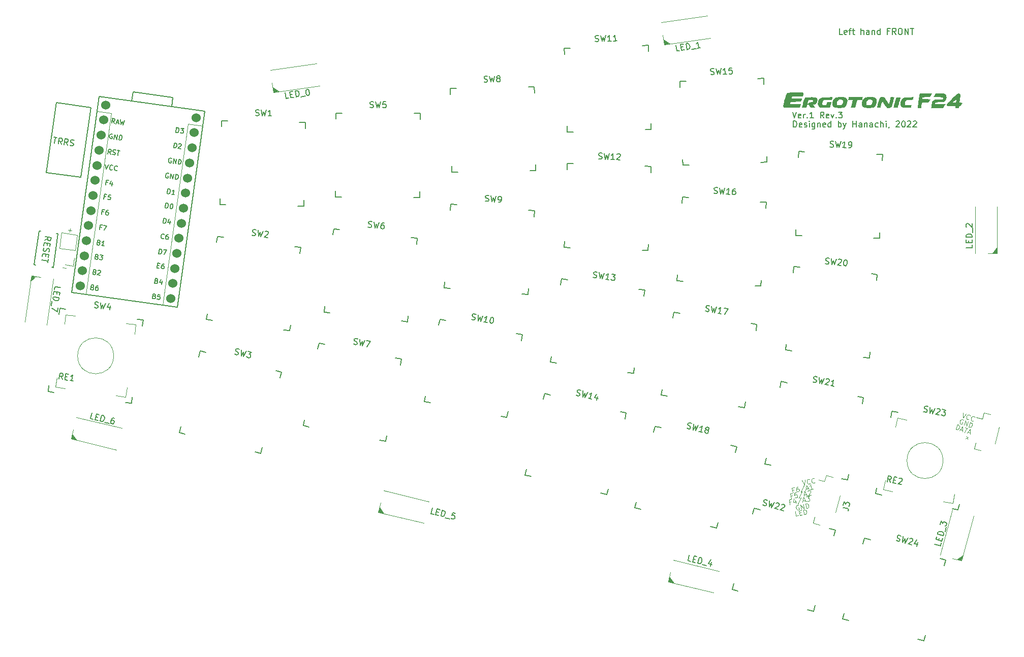
<source format=gbr>
%TF.GenerationSoftware,KiCad,Pcbnew,(6.0.5)*%
%TF.CreationDate,2022-07-31T14:46:34+09:00*%
%TF.ProjectId,ergotonic_f24-pcb-left,6572676f-746f-46e6-9963-5f6632342d70,rev?*%
%TF.SameCoordinates,Original*%
%TF.FileFunction,Legend,Top*%
%TF.FilePolarity,Positive*%
%FSLAX46Y46*%
G04 Gerber Fmt 4.6, Leading zero omitted, Abs format (unit mm)*
G04 Created by KiCad (PCBNEW (6.0.5)) date 2022-07-31 14:46:34*
%MOMM*%
%LPD*%
G01*
G04 APERTURE LIST*
%ADD10C,0.100000*%
%ADD11C,0.150000*%
%ADD12C,0.120000*%
%ADD13C,1.524000*%
G04 APERTURE END LIST*
D10*
X-9740500Y-74201313D02*
X-9308359Y-73932928D01*
X-9603691Y-73825436D02*
X-9445168Y-74308805D01*
X-10152501Y-69873503D02*
X-10175532Y-70716463D01*
X-9651332Y-70055914D01*
X-9218730Y-70983630D02*
X-9267558Y-71006398D01*
X-9387980Y-71003108D01*
X-9459576Y-70977049D01*
X-9553940Y-70902164D01*
X-9599477Y-70804509D01*
X-9609216Y-70719884D01*
X-9592897Y-70563664D01*
X-9553809Y-70456270D01*
X-9465893Y-70326108D01*
X-9404037Y-70267542D01*
X-9306383Y-70222005D01*
X-9185960Y-70225295D01*
X-9114364Y-70251354D01*
X-9020000Y-70326240D01*
X-8997232Y-70375067D01*
X-8466976Y-71257246D02*
X-8515804Y-71280014D01*
X-8636226Y-71276724D01*
X-8707822Y-71250666D01*
X-8802186Y-71175780D01*
X-8847723Y-71078125D01*
X-8857462Y-70993500D01*
X-8841143Y-70837280D01*
X-8802055Y-70729886D01*
X-8714139Y-70599724D01*
X-8652283Y-70541158D01*
X-8554629Y-70495621D01*
X-8434206Y-70498911D01*
X-8362610Y-70524970D01*
X-8268246Y-70599856D01*
X-8245478Y-70648683D01*
X-11401409Y-72629655D02*
X-11127793Y-71877900D01*
X-10948804Y-71943047D01*
X-10854440Y-72017933D01*
X-10808903Y-72115587D01*
X-10799164Y-72200212D01*
X-10815484Y-72356433D01*
X-10854572Y-72463826D01*
X-10942487Y-72593988D01*
X-11004343Y-72652555D01*
X-11101998Y-72698091D01*
X-11222420Y-72694801D01*
X-11401409Y-72629655D01*
X-10607277Y-72675454D02*
X-10249299Y-72805748D01*
X-10757049Y-72864183D02*
X-10232848Y-72203634D01*
X-10255879Y-73046593D01*
X-9839072Y-72346957D02*
X-9409498Y-72503309D01*
X-9897901Y-73176887D02*
X-9624285Y-72425133D01*
X-9390151Y-73118452D02*
X-9032173Y-73248745D01*
X-9539923Y-73307180D02*
X-9015722Y-72646631D01*
X-9038754Y-73489591D01*
X-38848032Y-84738486D02*
X-39110648Y-84784792D01*
X-39037881Y-85197474D02*
X-39176799Y-84409627D01*
X-38801634Y-84343476D01*
X-38117548Y-84493633D02*
X-38024936Y-85018864D01*
X-38358052Y-84226577D02*
X-38446407Y-84822400D01*
X-37958692Y-84736403D01*
X-37195041Y-84021507D02*
X-37691728Y-85153525D01*
X-36864099Y-84582080D02*
X-36488934Y-84515928D01*
X-36899441Y-84820409D02*
X-36775744Y-83986257D01*
X-36374210Y-84727797D01*
X-36325546Y-83906875D02*
X-35837832Y-83820877D01*
X-36047526Y-84167315D01*
X-35934977Y-84147470D01*
X-35853329Y-84171756D01*
X-35809197Y-84202657D01*
X-35758450Y-84271075D01*
X-35725374Y-84458658D01*
X-35749660Y-84540306D01*
X-35780562Y-84584437D01*
X-35848979Y-84635184D01*
X-36074078Y-84674875D01*
X-36155727Y-84650589D01*
X-36199858Y-84619688D01*
X-160209748Y-45664172D02*
X-159606156Y-45749001D01*
X-38648032Y-83738486D02*
X-38910648Y-83784792D01*
X-38837881Y-84197474D02*
X-38976799Y-83409627D01*
X-38601634Y-83343476D01*
X-37926338Y-83224403D02*
X-38301503Y-83290554D01*
X-38272867Y-83672334D01*
X-38241966Y-83628203D01*
X-38173548Y-83577456D01*
X-37985966Y-83544380D01*
X-37904318Y-83568666D01*
X-37860186Y-83599567D01*
X-37809439Y-83667985D01*
X-37776363Y-83855568D01*
X-37800650Y-83937216D01*
X-37831551Y-83981347D01*
X-37899969Y-84032094D01*
X-38087551Y-84065170D01*
X-38169199Y-84040884D01*
X-38213331Y-84009983D01*
X-36995041Y-83021507D02*
X-37491728Y-84153525D01*
X-36664099Y-83582080D02*
X-36288934Y-83515928D01*
X-36699441Y-83820409D02*
X-36575744Y-82986257D01*
X-36174210Y-83727797D01*
X-36074800Y-82975292D02*
X-36043898Y-82931161D01*
X-35975480Y-82880414D01*
X-35787898Y-82847338D01*
X-35706250Y-82871624D01*
X-35662118Y-82902525D01*
X-35611371Y-82970943D01*
X-35598141Y-83045976D01*
X-35615812Y-83165141D01*
X-35986628Y-83694721D01*
X-35498914Y-83608724D01*
X-38348032Y-82738486D02*
X-38610648Y-82784792D01*
X-38537881Y-83197474D02*
X-38676799Y-82409627D01*
X-38301634Y-82343476D01*
X-37663854Y-82231018D02*
X-37813920Y-82257478D01*
X-37882338Y-82308225D01*
X-37913239Y-82352357D01*
X-37968427Y-82478137D01*
X-37979483Y-82634818D01*
X-37926561Y-82934950D01*
X-37875814Y-83003368D01*
X-37831683Y-83034269D01*
X-37750035Y-83058555D01*
X-37599969Y-83032094D01*
X-37531551Y-82981347D01*
X-37500650Y-82937216D01*
X-37476363Y-82855568D01*
X-37509439Y-82667985D01*
X-37560186Y-82599567D01*
X-37604318Y-82568666D01*
X-37685966Y-82544380D01*
X-37836032Y-82570841D01*
X-37904450Y-82621588D01*
X-37935351Y-82665719D01*
X-37959637Y-82747367D01*
X-36695041Y-82021507D02*
X-37191728Y-83153525D01*
X-36364099Y-82582080D02*
X-35988934Y-82515928D01*
X-36399441Y-82820409D02*
X-36275744Y-81986257D01*
X-35874210Y-82727797D01*
X-35198914Y-82608724D02*
X-35649111Y-82688106D01*
X-35424012Y-82648415D02*
X-35562931Y-81860568D01*
X-35618118Y-81986348D01*
X-35679921Y-82074611D01*
X-35748339Y-82125358D01*
D11*
X-30257047Y-6802380D02*
X-30733238Y-6802380D01*
X-30733238Y-5802380D01*
X-29542761Y-6754761D02*
X-29638000Y-6802380D01*
X-29828476Y-6802380D01*
X-29923714Y-6754761D01*
X-29971333Y-6659523D01*
X-29971333Y-6278571D01*
X-29923714Y-6183333D01*
X-29828476Y-6135714D01*
X-29638000Y-6135714D01*
X-29542761Y-6183333D01*
X-29495142Y-6278571D01*
X-29495142Y-6373809D01*
X-29971333Y-6469047D01*
X-29209428Y-6135714D02*
X-28828476Y-6135714D01*
X-29066571Y-6802380D02*
X-29066571Y-5945238D01*
X-29018952Y-5850000D01*
X-28923714Y-5802380D01*
X-28828476Y-5802380D01*
X-28638000Y-6135714D02*
X-28257047Y-6135714D01*
X-28495142Y-5802380D02*
X-28495142Y-6659523D01*
X-28447523Y-6754761D01*
X-28352285Y-6802380D01*
X-28257047Y-6802380D01*
X-27161809Y-6802380D02*
X-27161809Y-5802380D01*
X-26733238Y-6802380D02*
X-26733238Y-6278571D01*
X-26780857Y-6183333D01*
X-26876095Y-6135714D01*
X-27018952Y-6135714D01*
X-27114190Y-6183333D01*
X-27161809Y-6230952D01*
X-25828476Y-6802380D02*
X-25828476Y-6278571D01*
X-25876095Y-6183333D01*
X-25971333Y-6135714D01*
X-26161809Y-6135714D01*
X-26257047Y-6183333D01*
X-25828476Y-6754761D02*
X-25923714Y-6802380D01*
X-26161809Y-6802380D01*
X-26257047Y-6754761D01*
X-26304666Y-6659523D01*
X-26304666Y-6564285D01*
X-26257047Y-6469047D01*
X-26161809Y-6421428D01*
X-25923714Y-6421428D01*
X-25828476Y-6373809D01*
X-25352285Y-6135714D02*
X-25352285Y-6802380D01*
X-25352285Y-6230952D02*
X-25304666Y-6183333D01*
X-25209428Y-6135714D01*
X-25066571Y-6135714D01*
X-24971333Y-6183333D01*
X-24923714Y-6278571D01*
X-24923714Y-6802380D01*
X-24018952Y-6802380D02*
X-24018952Y-5802380D01*
X-24018952Y-6754761D02*
X-24114190Y-6802380D01*
X-24304666Y-6802380D01*
X-24399904Y-6754761D01*
X-24447523Y-6707142D01*
X-24495142Y-6611904D01*
X-24495142Y-6326190D01*
X-24447523Y-6230952D01*
X-24399904Y-6183333D01*
X-24304666Y-6135714D01*
X-24114190Y-6135714D01*
X-24018952Y-6183333D01*
X-22447523Y-6278571D02*
X-22780857Y-6278571D01*
X-22780857Y-6802380D02*
X-22780857Y-5802380D01*
X-22304666Y-5802380D01*
X-21352285Y-6802380D02*
X-21685619Y-6326190D01*
X-21923714Y-6802380D02*
X-21923714Y-5802380D01*
X-21542761Y-5802380D01*
X-21447523Y-5850000D01*
X-21399904Y-5897619D01*
X-21352285Y-5992857D01*
X-21352285Y-6135714D01*
X-21399904Y-6230952D01*
X-21447523Y-6278571D01*
X-21542761Y-6326190D01*
X-21923714Y-6326190D01*
X-20733238Y-5802380D02*
X-20542761Y-5802380D01*
X-20447523Y-5850000D01*
X-20352285Y-5945238D01*
X-20304666Y-6135714D01*
X-20304666Y-6469047D01*
X-20352285Y-6659523D01*
X-20447523Y-6754761D01*
X-20542761Y-6802380D01*
X-20733238Y-6802380D01*
X-20828476Y-6754761D01*
X-20923714Y-6659523D01*
X-20971333Y-6469047D01*
X-20971333Y-6135714D01*
X-20923714Y-5945238D01*
X-20828476Y-5850000D01*
X-20733238Y-5802380D01*
X-19876095Y-6802380D02*
X-19876095Y-5802380D01*
X-19304666Y-6802380D01*
X-19304666Y-5802380D01*
X-18971333Y-5802380D02*
X-18399904Y-5802380D01*
X-18685619Y-6802380D02*
X-18685619Y-5802380D01*
D10*
X-37619723Y-85311919D02*
X-37701371Y-85287633D01*
X-37813920Y-85307478D01*
X-37919854Y-85364840D01*
X-37981657Y-85453104D01*
X-38005943Y-85534752D01*
X-38016999Y-85691433D01*
X-37997154Y-85803982D01*
X-37933176Y-85947433D01*
X-37882430Y-86015851D01*
X-37794166Y-86077654D01*
X-37675002Y-86095325D01*
X-37599969Y-86082094D01*
X-37494034Y-86024732D01*
X-37463133Y-85980601D01*
X-37509439Y-85717985D01*
X-37659505Y-85744446D01*
X-37112254Y-85996097D02*
X-37251173Y-85208251D01*
X-36662056Y-85916715D01*
X-36800975Y-85128869D01*
X-36286892Y-85850563D02*
X-36425810Y-85062717D01*
X-36238228Y-85029641D01*
X-36119063Y-85047312D01*
X-36030800Y-85109115D01*
X-35980053Y-85177533D01*
X-35916076Y-85320984D01*
X-35896230Y-85433533D01*
X-35907286Y-85590214D01*
X-35931572Y-85671862D01*
X-35993375Y-85760126D01*
X-36099309Y-85817488D01*
X-36286892Y-85850563D01*
X-10135956Y-71115653D02*
X-10194523Y-71053797D01*
X-10301916Y-71014709D01*
X-10422339Y-71011418D01*
X-10519993Y-71056955D01*
X-10581850Y-71115522D01*
X-10669765Y-71245683D01*
X-10708853Y-71353077D01*
X-10725173Y-71509298D01*
X-10715433Y-71593922D01*
X-10669896Y-71691577D01*
X-10575532Y-71766463D01*
X-10503937Y-71792521D01*
X-10383514Y-71795811D01*
X-10334687Y-71773043D01*
X-10243481Y-71522458D01*
X-10386673Y-71470341D01*
X-10038565Y-71961903D02*
X-9764949Y-71210149D01*
X-9608991Y-72118255D01*
X-9335375Y-71366501D01*
X-9251013Y-72248548D02*
X-8977397Y-71496794D01*
X-8798408Y-71561941D01*
X-8704044Y-71636827D01*
X-8658507Y-71734481D01*
X-8648768Y-71819106D01*
X-8665087Y-71975326D01*
X-8704175Y-72082720D01*
X-8792091Y-72212882D01*
X-8853947Y-72271448D01*
X-8951601Y-72316985D01*
X-9072024Y-72313695D01*
X-9251013Y-72248548D01*
D11*
X-38590476Y-19752380D02*
X-38257142Y-20752380D01*
X-37923809Y-19752380D01*
X-37209523Y-20704761D02*
X-37304761Y-20752380D01*
X-37495238Y-20752380D01*
X-37590476Y-20704761D01*
X-37638095Y-20609523D01*
X-37638095Y-20228571D01*
X-37590476Y-20133333D01*
X-37495238Y-20085714D01*
X-37304761Y-20085714D01*
X-37209523Y-20133333D01*
X-37161904Y-20228571D01*
X-37161904Y-20323809D01*
X-37638095Y-20419047D01*
X-36733333Y-20752380D02*
X-36733333Y-20085714D01*
X-36733333Y-20276190D02*
X-36685714Y-20180952D01*
X-36638095Y-20133333D01*
X-36542857Y-20085714D01*
X-36447619Y-20085714D01*
X-36114285Y-20657142D02*
X-36066666Y-20704761D01*
X-36114285Y-20752380D01*
X-36161904Y-20704761D01*
X-36114285Y-20657142D01*
X-36114285Y-20752380D01*
X-35114285Y-20752380D02*
X-35685714Y-20752380D01*
X-35400000Y-20752380D02*
X-35400000Y-19752380D01*
X-35495238Y-19895238D01*
X-35590476Y-19990476D01*
X-35685714Y-20038095D01*
X-33352380Y-20752380D02*
X-33685714Y-20276190D01*
X-33923809Y-20752380D02*
X-33923809Y-19752380D01*
X-33542857Y-19752380D01*
X-33447619Y-19800000D01*
X-33400000Y-19847619D01*
X-33352380Y-19942857D01*
X-33352380Y-20085714D01*
X-33400000Y-20180952D01*
X-33447619Y-20228571D01*
X-33542857Y-20276190D01*
X-33923809Y-20276190D01*
X-32542857Y-20704761D02*
X-32638095Y-20752380D01*
X-32828571Y-20752380D01*
X-32923809Y-20704761D01*
X-32971428Y-20609523D01*
X-32971428Y-20228571D01*
X-32923809Y-20133333D01*
X-32828571Y-20085714D01*
X-32638095Y-20085714D01*
X-32542857Y-20133333D01*
X-32495238Y-20228571D01*
X-32495238Y-20323809D01*
X-32971428Y-20419047D01*
X-32161904Y-20085714D02*
X-31923809Y-20752380D01*
X-31685714Y-20085714D01*
X-31304761Y-20657142D02*
X-31257142Y-20704761D01*
X-31304761Y-20752380D01*
X-31352380Y-20704761D01*
X-31304761Y-20657142D01*
X-31304761Y-20752380D01*
X-30923809Y-19752380D02*
X-30304761Y-19752380D01*
X-30638095Y-20133333D01*
X-30495238Y-20133333D01*
X-30400000Y-20180952D01*
X-30352380Y-20228571D01*
X-30304761Y-20323809D01*
X-30304761Y-20561904D01*
X-30352380Y-20657142D01*
X-30400000Y-20704761D01*
X-30495238Y-20752380D01*
X-30780952Y-20752380D01*
X-30876190Y-20704761D01*
X-30923809Y-20657142D01*
D10*
X-159309748Y-39414172D02*
X-158706156Y-39499001D01*
X-159050367Y-39758382D02*
X-158965538Y-39154790D01*
X-37643628Y-87045711D02*
X-38018793Y-87111863D01*
X-38157711Y-86324016D01*
X-37453779Y-86586723D02*
X-37191164Y-86540417D01*
X-37005848Y-86933253D02*
X-37381013Y-86999405D01*
X-37519931Y-86211559D01*
X-37144766Y-86145407D01*
X-36668199Y-86873717D02*
X-36807118Y-86085870D01*
X-36619535Y-86052794D01*
X-36500371Y-86070465D01*
X-36412108Y-86132268D01*
X-36361361Y-86200686D01*
X-36297384Y-86344137D01*
X-36277538Y-86456686D01*
X-36288594Y-86613367D01*
X-36312880Y-86695015D01*
X-36374683Y-86783279D01*
X-36480617Y-86840641D01*
X-36668199Y-86873717D01*
D11*
X-38438095Y-22252380D02*
X-38438095Y-21252380D01*
X-38200000Y-21252380D01*
X-38057142Y-21300000D01*
X-37961904Y-21395238D01*
X-37914285Y-21490476D01*
X-37866666Y-21680952D01*
X-37866666Y-21823809D01*
X-37914285Y-22014285D01*
X-37961904Y-22109523D01*
X-38057142Y-22204761D01*
X-38200000Y-22252380D01*
X-38438095Y-22252380D01*
X-37057142Y-22204761D02*
X-37152380Y-22252380D01*
X-37342857Y-22252380D01*
X-37438095Y-22204761D01*
X-37485714Y-22109523D01*
X-37485714Y-21728571D01*
X-37438095Y-21633333D01*
X-37342857Y-21585714D01*
X-37152380Y-21585714D01*
X-37057142Y-21633333D01*
X-37009523Y-21728571D01*
X-37009523Y-21823809D01*
X-37485714Y-21919047D01*
X-36628571Y-22204761D02*
X-36533333Y-22252380D01*
X-36342857Y-22252380D01*
X-36247619Y-22204761D01*
X-36200000Y-22109523D01*
X-36200000Y-22061904D01*
X-36247619Y-21966666D01*
X-36342857Y-21919047D01*
X-36485714Y-21919047D01*
X-36580952Y-21871428D01*
X-36628571Y-21776190D01*
X-36628571Y-21728571D01*
X-36580952Y-21633333D01*
X-36485714Y-21585714D01*
X-36342857Y-21585714D01*
X-36247619Y-21633333D01*
X-35771428Y-22252380D02*
X-35771428Y-21585714D01*
X-35771428Y-21252380D02*
X-35819047Y-21300000D01*
X-35771428Y-21347619D01*
X-35723809Y-21300000D01*
X-35771428Y-21252380D01*
X-35771428Y-21347619D01*
X-34866666Y-21585714D02*
X-34866666Y-22395238D01*
X-34914285Y-22490476D01*
X-34961904Y-22538095D01*
X-35057142Y-22585714D01*
X-35200000Y-22585714D01*
X-35295238Y-22538095D01*
X-34866666Y-22204761D02*
X-34961904Y-22252380D01*
X-35152380Y-22252380D01*
X-35247619Y-22204761D01*
X-35295238Y-22157142D01*
X-35342857Y-22061904D01*
X-35342857Y-21776190D01*
X-35295238Y-21680952D01*
X-35247619Y-21633333D01*
X-35152380Y-21585714D01*
X-34961904Y-21585714D01*
X-34866666Y-21633333D01*
X-34390476Y-21585714D02*
X-34390476Y-22252380D01*
X-34390476Y-21680952D02*
X-34342857Y-21633333D01*
X-34247619Y-21585714D01*
X-34104761Y-21585714D01*
X-34009523Y-21633333D01*
X-33961904Y-21728571D01*
X-33961904Y-22252380D01*
X-33104761Y-22204761D02*
X-33200000Y-22252380D01*
X-33390476Y-22252380D01*
X-33485714Y-22204761D01*
X-33533333Y-22109523D01*
X-33533333Y-21728571D01*
X-33485714Y-21633333D01*
X-33390476Y-21585714D01*
X-33200000Y-21585714D01*
X-33104761Y-21633333D01*
X-33057142Y-21728571D01*
X-33057142Y-21823809D01*
X-33533333Y-21919047D01*
X-32200000Y-22252380D02*
X-32200000Y-21252380D01*
X-32200000Y-22204761D02*
X-32295238Y-22252380D01*
X-32485714Y-22252380D01*
X-32580952Y-22204761D01*
X-32628571Y-22157142D01*
X-32676190Y-22061904D01*
X-32676190Y-21776190D01*
X-32628571Y-21680952D01*
X-32580952Y-21633333D01*
X-32485714Y-21585714D01*
X-32295238Y-21585714D01*
X-32200000Y-21633333D01*
X-30961904Y-22252380D02*
X-30961904Y-21252380D01*
X-30961904Y-21633333D02*
X-30866666Y-21585714D01*
X-30676190Y-21585714D01*
X-30580952Y-21633333D01*
X-30533333Y-21680952D01*
X-30485714Y-21776190D01*
X-30485714Y-22061904D01*
X-30533333Y-22157142D01*
X-30580952Y-22204761D01*
X-30676190Y-22252380D01*
X-30866666Y-22252380D01*
X-30961904Y-22204761D01*
X-30152380Y-21585714D02*
X-29914285Y-22252380D01*
X-29676190Y-21585714D02*
X-29914285Y-22252380D01*
X-30009523Y-22490476D01*
X-30057142Y-22538095D01*
X-30152380Y-22585714D01*
X-28533333Y-22252380D02*
X-28533333Y-21252380D01*
X-28533333Y-21728571D02*
X-27961904Y-21728571D01*
X-27961904Y-22252380D02*
X-27961904Y-21252380D01*
X-27057142Y-22252380D02*
X-27057142Y-21728571D01*
X-27104761Y-21633333D01*
X-27200000Y-21585714D01*
X-27390476Y-21585714D01*
X-27485714Y-21633333D01*
X-27057142Y-22204761D02*
X-27152380Y-22252380D01*
X-27390476Y-22252380D01*
X-27485714Y-22204761D01*
X-27533333Y-22109523D01*
X-27533333Y-22014285D01*
X-27485714Y-21919047D01*
X-27390476Y-21871428D01*
X-27152380Y-21871428D01*
X-27057142Y-21823809D01*
X-26580952Y-21585714D02*
X-26580952Y-22252380D01*
X-26580952Y-21680952D02*
X-26533333Y-21633333D01*
X-26438095Y-21585714D01*
X-26295238Y-21585714D01*
X-26200000Y-21633333D01*
X-26152380Y-21728571D01*
X-26152380Y-22252380D01*
X-25247619Y-22252380D02*
X-25247619Y-21728571D01*
X-25295238Y-21633333D01*
X-25390476Y-21585714D01*
X-25580952Y-21585714D01*
X-25676190Y-21633333D01*
X-25247619Y-22204761D02*
X-25342857Y-22252380D01*
X-25580952Y-22252380D01*
X-25676190Y-22204761D01*
X-25723809Y-22109523D01*
X-25723809Y-22014285D01*
X-25676190Y-21919047D01*
X-25580952Y-21871428D01*
X-25342857Y-21871428D01*
X-25247619Y-21823809D01*
X-24342857Y-22204761D02*
X-24438095Y-22252380D01*
X-24628571Y-22252380D01*
X-24723809Y-22204761D01*
X-24771428Y-22157142D01*
X-24819047Y-22061904D01*
X-24819047Y-21776190D01*
X-24771428Y-21680952D01*
X-24723809Y-21633333D01*
X-24628571Y-21585714D01*
X-24438095Y-21585714D01*
X-24342857Y-21633333D01*
X-23914285Y-22252380D02*
X-23914285Y-21252380D01*
X-23485714Y-22252380D02*
X-23485714Y-21728571D01*
X-23533333Y-21633333D01*
X-23628571Y-21585714D01*
X-23771428Y-21585714D01*
X-23866666Y-21633333D01*
X-23914285Y-21680952D01*
X-23009523Y-22252380D02*
X-23009523Y-21585714D01*
X-23009523Y-21252380D02*
X-23057142Y-21300000D01*
X-23009523Y-21347619D01*
X-22961904Y-21300000D01*
X-23009523Y-21252380D01*
X-23009523Y-21347619D01*
X-22485714Y-22204761D02*
X-22485714Y-22252380D01*
X-22533333Y-22347619D01*
X-22580952Y-22395238D01*
X-21342857Y-21347619D02*
X-21295238Y-21300000D01*
X-21200000Y-21252380D01*
X-20961904Y-21252380D01*
X-20866666Y-21300000D01*
X-20819047Y-21347619D01*
X-20771428Y-21442857D01*
X-20771428Y-21538095D01*
X-20819047Y-21680952D01*
X-21390476Y-22252380D01*
X-20771428Y-22252380D01*
X-20152380Y-21252380D02*
X-20057142Y-21252380D01*
X-19961904Y-21300000D01*
X-19914285Y-21347619D01*
X-19866666Y-21442857D01*
X-19819047Y-21633333D01*
X-19819047Y-21871428D01*
X-19866666Y-22061904D01*
X-19914285Y-22157142D01*
X-19961904Y-22204761D01*
X-20057142Y-22252380D01*
X-20152380Y-22252380D01*
X-20247619Y-22204761D01*
X-20295238Y-22157142D01*
X-20342857Y-22061904D01*
X-20390476Y-21871428D01*
X-20390476Y-21633333D01*
X-20342857Y-21442857D01*
X-20295238Y-21347619D01*
X-20247619Y-21300000D01*
X-20152380Y-21252380D01*
X-19438095Y-21347619D02*
X-19390476Y-21300000D01*
X-19295238Y-21252380D01*
X-19057142Y-21252380D01*
X-18961904Y-21300000D01*
X-18914285Y-21347619D01*
X-18866666Y-21442857D01*
X-18866666Y-21538095D01*
X-18914285Y-21680952D01*
X-19485714Y-22252380D01*
X-18866666Y-22252380D01*
X-18485714Y-21347619D02*
X-18438095Y-21300000D01*
X-18342857Y-21252380D01*
X-18104761Y-21252380D01*
X-18009523Y-21300000D01*
X-17961904Y-21347619D01*
X-17914285Y-21442857D01*
X-17914285Y-21538095D01*
X-17961904Y-21680952D01*
X-18533333Y-22252380D01*
X-17914285Y-22252380D01*
X-30197182Y-85733176D02*
X-29493748Y-85857210D01*
X-29361330Y-85928913D01*
X-29284076Y-86039242D01*
X-29261988Y-86188198D01*
X-29278526Y-86281989D01*
X-30131030Y-85358011D02*
X-30023534Y-84748368D01*
X-29706251Y-85142789D01*
X-29681445Y-85002102D01*
X-29618011Y-84916580D01*
X-29562846Y-84877953D01*
X-29460786Y-84847595D01*
X-29226308Y-84888940D01*
X-29140786Y-84952374D01*
X-29102159Y-85007538D01*
X-29071802Y-85109599D01*
X-29121415Y-85390972D01*
X-29184849Y-85476494D01*
X-29240013Y-85515121D01*
D10*
X-37026536Y-81153785D02*
X-36625002Y-81895325D01*
X-36501305Y-81061172D01*
X-35662803Y-81648297D02*
X-35693705Y-81692429D01*
X-35799639Y-81749791D01*
X-35874672Y-81763021D01*
X-35993837Y-81745350D01*
X-36082100Y-81683548D01*
X-36132847Y-81615130D01*
X-36196824Y-81471679D01*
X-36216669Y-81359130D01*
X-36205613Y-81202449D01*
X-36181327Y-81120800D01*
X-36119525Y-81032537D01*
X-36013590Y-80975175D01*
X-35938557Y-80961945D01*
X-35819393Y-80979616D01*
X-35775261Y-81010517D01*
X-34874957Y-81509379D02*
X-34905858Y-81553510D01*
X-35011793Y-81610872D01*
X-35086826Y-81624103D01*
X-35205990Y-81606432D01*
X-35294254Y-81544629D01*
X-35345000Y-81476211D01*
X-35408978Y-81332761D01*
X-35428823Y-81220211D01*
X-35417767Y-81063530D01*
X-35393481Y-80981882D01*
X-35331679Y-80893619D01*
X-35225744Y-80836257D01*
X-35150711Y-80823026D01*
X-35031547Y-80840697D01*
X-34987415Y-80871598D01*
D11*
%TO.C,U1*%
X-153371159Y-36421930D02*
X-153635231Y-36384817D01*
X-153693551Y-36799787D02*
X-153582212Y-36007572D01*
X-153204967Y-36060590D01*
X-152563651Y-36150722D02*
X-152714549Y-36129514D01*
X-152795300Y-36156635D01*
X-152838326Y-36189058D01*
X-152929681Y-36291628D01*
X-152988612Y-36437224D01*
X-153031027Y-36739020D01*
X-153003906Y-36819771D01*
X-152971484Y-36862797D01*
X-152901336Y-36911125D01*
X-152750438Y-36932332D01*
X-152669688Y-36905212D01*
X-152626661Y-36872789D01*
X-152578333Y-36802642D01*
X-152551824Y-36614019D01*
X-152578945Y-36533268D01*
X-152611367Y-36490242D01*
X-152681515Y-36441914D01*
X-152832413Y-36420707D01*
X-152913163Y-36447827D01*
X-152956190Y-36480250D01*
X-153004518Y-36550397D01*
X-153730183Y-38976517D02*
X-153994255Y-38939404D01*
X-154052575Y-39354374D02*
X-153941236Y-38562159D01*
X-153563991Y-38615177D01*
X-153337644Y-38646988D02*
X-152809501Y-38721214D01*
X-153260360Y-39465712D01*
X-142766208Y-33364194D02*
X-142654869Y-32571979D01*
X-142466247Y-32598489D01*
X-142358375Y-32652119D01*
X-142293530Y-32738171D01*
X-142266409Y-32818922D01*
X-142249892Y-32975122D01*
X-142265797Y-33088295D01*
X-142324729Y-33233891D01*
X-142373057Y-33304039D01*
X-142459110Y-33368884D01*
X-142577585Y-33390703D01*
X-142766208Y-33364194D01*
X-141559024Y-33533852D02*
X-142011718Y-33470230D01*
X-141785371Y-33502041D02*
X-141674032Y-32709827D01*
X-141765387Y-32812397D01*
X-141851439Y-32877242D01*
X-141932190Y-32904363D01*
X-153060901Y-28466087D02*
X-152908168Y-29295415D01*
X-152532758Y-28540313D01*
X-151916728Y-29357813D02*
X-151959754Y-29390236D01*
X-152078229Y-29412055D01*
X-152153678Y-29401451D01*
X-152261550Y-29347821D01*
X-152326395Y-29261769D01*
X-152353516Y-29181018D01*
X-152370033Y-29024818D01*
X-152354128Y-28911645D01*
X-152295196Y-28766048D01*
X-152246868Y-28695901D01*
X-152160815Y-28631056D01*
X-152042340Y-28609237D01*
X-151966891Y-28619841D01*
X-151859019Y-28673471D01*
X-151826597Y-28716497D01*
X-151124513Y-29469152D02*
X-151167540Y-29501575D01*
X-151286015Y-29523394D01*
X-151361464Y-29512790D01*
X-151469336Y-29459160D01*
X-151534181Y-29373107D01*
X-151561302Y-29292356D01*
X-151577819Y-29136157D01*
X-151561913Y-29022983D01*
X-151502982Y-28877387D01*
X-151454653Y-28807240D01*
X-151368601Y-28742394D01*
X-151250125Y-28720575D01*
X-151174676Y-28731179D01*
X-151066805Y-28784809D01*
X-151034382Y-28827835D01*
X-143352365Y-40819626D02*
X-143395391Y-40852048D01*
X-143513867Y-40873867D01*
X-143589316Y-40863264D01*
X-143697187Y-40809634D01*
X-143762033Y-40723581D01*
X-143789153Y-40642830D01*
X-143805671Y-40486631D01*
X-143789765Y-40373457D01*
X-143730833Y-40227861D01*
X-143682505Y-40157714D01*
X-143596452Y-40092868D01*
X-143477977Y-40071049D01*
X-143402528Y-40081653D01*
X-143294656Y-40135283D01*
X-143262234Y-40178309D01*
X-142572589Y-40198293D02*
X-142723487Y-40177086D01*
X-142804238Y-40204207D01*
X-142847264Y-40236630D01*
X-142938619Y-40339199D01*
X-142997551Y-40484796D01*
X-143039965Y-40786591D01*
X-143012845Y-40867342D01*
X-142980422Y-40910369D01*
X-142910275Y-40958697D01*
X-142759377Y-40979904D01*
X-142678626Y-40952783D01*
X-142635600Y-40920361D01*
X-142587271Y-40850213D01*
X-142560762Y-40661591D01*
X-142587883Y-40580840D01*
X-142620306Y-40537814D01*
X-142690453Y-40489486D01*
X-142841351Y-40468278D01*
X-142922102Y-40495399D01*
X-142965128Y-40527822D01*
X-143013456Y-40597969D01*
X-143097615Y-35722276D02*
X-142986276Y-34930061D01*
X-142797654Y-34956571D01*
X-142689782Y-35010201D01*
X-142624937Y-35096253D01*
X-142597816Y-35177004D01*
X-142581299Y-35333204D01*
X-142597204Y-35446377D01*
X-142656136Y-35591973D01*
X-142704464Y-35662121D01*
X-142790517Y-35726966D01*
X-142908992Y-35748785D01*
X-143097615Y-35722276D01*
X-142043164Y-35062607D02*
X-141967715Y-35073211D01*
X-141897568Y-35121539D01*
X-141865145Y-35164565D01*
X-141838024Y-35245316D01*
X-141821507Y-35401516D01*
X-141848016Y-35590138D01*
X-141906948Y-35735735D01*
X-141955276Y-35805882D01*
X-141998302Y-35838304D01*
X-142079053Y-35865425D01*
X-142154502Y-35854822D01*
X-142224649Y-35806493D01*
X-142257072Y-35763467D01*
X-142284193Y-35682716D01*
X-142300710Y-35526516D01*
X-142274201Y-35337894D01*
X-142215269Y-35192298D01*
X-142166941Y-35122151D01*
X-142123915Y-35089728D01*
X-142043164Y-35062607D01*
X-142547922Y-30019063D02*
X-142618069Y-29970735D01*
X-142731243Y-29954829D01*
X-142849718Y-29976648D01*
X-142935771Y-30041494D01*
X-142984099Y-30111641D01*
X-143043031Y-30257237D01*
X-143058936Y-30370410D01*
X-143042419Y-30526610D01*
X-143015298Y-30607361D01*
X-142950453Y-30693414D01*
X-142842581Y-30747044D01*
X-142767132Y-30757647D01*
X-142648657Y-30735828D01*
X-142605631Y-30703406D01*
X-142568518Y-30439334D01*
X-142719416Y-30418127D01*
X-142276714Y-30826571D02*
X-142165375Y-30034357D01*
X-141824020Y-30890193D01*
X-141712681Y-30097979D01*
X-141446775Y-30943212D02*
X-141335436Y-30150997D01*
X-141146814Y-30177506D01*
X-141038942Y-30231136D01*
X-140974097Y-30317189D01*
X-140946976Y-30397940D01*
X-140930459Y-30554140D01*
X-140946364Y-30667313D01*
X-141005296Y-30812909D01*
X-141053624Y-30883056D01*
X-141139677Y-30947902D01*
X-141258152Y-30969721D01*
X-141446775Y-30943212D01*
X-143456639Y-38276864D02*
X-143345300Y-37484649D01*
X-143156678Y-37511159D01*
X-143048806Y-37564789D01*
X-142983961Y-37650841D01*
X-142956840Y-37731592D01*
X-142940323Y-37887792D01*
X-142956228Y-38000965D01*
X-143015160Y-38146561D01*
X-143063488Y-38216709D01*
X-143149541Y-38281554D01*
X-143268016Y-38303373D01*
X-143456639Y-38276864D01*
X-142250678Y-37907776D02*
X-142324904Y-38435919D01*
X-142396886Y-37579471D02*
X-142665036Y-38118829D01*
X-142174617Y-38187753D01*
X-152680729Y-31509259D02*
X-152944801Y-31472146D01*
X-153003121Y-31887116D02*
X-152891782Y-31094901D01*
X-152514537Y-31147919D01*
X-151910334Y-31502122D02*
X-151984559Y-32030265D01*
X-152056542Y-31173817D02*
X-152324692Y-31713175D01*
X-151834273Y-31782099D01*
X-151895461Y-23458257D02*
X-151965608Y-23409929D01*
X-152078782Y-23394023D01*
X-152197257Y-23415842D01*
X-152283310Y-23480688D01*
X-152331638Y-23550835D01*
X-152390570Y-23696431D01*
X-152406475Y-23809604D01*
X-152389958Y-23965804D01*
X-152362837Y-24046555D01*
X-152297992Y-24132608D01*
X-152190120Y-24186238D01*
X-152114671Y-24196841D01*
X-151996196Y-24175022D01*
X-151953170Y-24142600D01*
X-151916057Y-23878528D01*
X-152066955Y-23857321D01*
X-151624253Y-24265765D02*
X-151512914Y-23473551D01*
X-151171559Y-24329387D01*
X-151060220Y-23537173D01*
X-150794314Y-24382406D02*
X-150682975Y-23590191D01*
X-150494353Y-23616700D01*
X-150386481Y-23670330D01*
X-150321636Y-23756383D01*
X-150294515Y-23837134D01*
X-150277998Y-23993334D01*
X-150293903Y-24106507D01*
X-150352835Y-24252103D01*
X-150401163Y-24322250D01*
X-150487216Y-24387096D01*
X-150605691Y-24408915D01*
X-150794314Y-24382406D01*
X-141330112Y-23145840D02*
X-141218773Y-22353625D01*
X-141030151Y-22380135D01*
X-140922279Y-22433765D01*
X-140857434Y-22519817D01*
X-140830313Y-22600568D01*
X-140813796Y-22756768D01*
X-140829701Y-22869941D01*
X-140888633Y-23015537D01*
X-140936961Y-23085685D01*
X-141023014Y-23150530D01*
X-141141489Y-23172349D01*
X-141330112Y-23145840D01*
X-140502008Y-22454360D02*
X-140011589Y-22523284D01*
X-140318075Y-22787967D01*
X-140204902Y-22803873D01*
X-140134755Y-22852201D01*
X-140102332Y-22895227D01*
X-140075211Y-22975978D01*
X-140101720Y-23164600D01*
X-140150049Y-23234748D01*
X-140193075Y-23267170D01*
X-140273826Y-23294291D01*
X-140500173Y-23262480D01*
X-140570320Y-23214152D01*
X-140602743Y-23171126D01*
X-152190762Y-26791193D02*
X-152401815Y-26376835D01*
X-152643456Y-26727571D02*
X-152532117Y-25935357D01*
X-152230321Y-25977771D01*
X-152160174Y-26026100D01*
X-152127751Y-26069126D01*
X-152100630Y-26149877D01*
X-152116536Y-26263050D01*
X-152164864Y-26333197D01*
X-152207890Y-26365620D01*
X-152288641Y-26392741D01*
X-152590437Y-26350326D01*
X-151883664Y-26795883D02*
X-151775792Y-26849513D01*
X-151587170Y-26876022D01*
X-151506419Y-26848902D01*
X-151463393Y-26816479D01*
X-151415064Y-26746332D01*
X-151404461Y-26670883D01*
X-151431582Y-26590132D01*
X-151464004Y-26547106D01*
X-151534151Y-26498777D01*
X-151679748Y-26439846D01*
X-151749895Y-26391518D01*
X-151782317Y-26348491D01*
X-151809438Y-26267740D01*
X-151798834Y-26192291D01*
X-151750506Y-26122144D01*
X-151707480Y-26089722D01*
X-151626729Y-26062601D01*
X-151438107Y-26089110D01*
X-151330235Y-26142740D01*
X-151098586Y-26136826D02*
X-150645892Y-26200448D01*
X-150983578Y-26960852D02*
X-150872239Y-26168637D01*
X-154477201Y-43881236D02*
X-154369329Y-43934866D01*
X-154336907Y-43977893D01*
X-154309786Y-44058643D01*
X-154325691Y-44171817D01*
X-154374019Y-44241964D01*
X-154417046Y-44274387D01*
X-154497797Y-44301507D01*
X-154799593Y-44259093D01*
X-154688254Y-43466878D01*
X-154424183Y-43503991D01*
X-154354035Y-43552319D01*
X-154321613Y-43595346D01*
X-154294492Y-43676097D01*
X-154305096Y-43751546D01*
X-154353424Y-43821693D01*
X-154396450Y-43854115D01*
X-154477201Y-43881236D01*
X-154741272Y-43844123D01*
X-153971489Y-43567613D02*
X-153481070Y-43636537D01*
X-153787556Y-43901220D01*
X-153674383Y-43917126D01*
X-153604236Y-43965454D01*
X-153571813Y-44008480D01*
X-153544692Y-44089231D01*
X-153571201Y-44277853D01*
X-153619530Y-44348001D01*
X-153662556Y-44380423D01*
X-153743307Y-44407544D01*
X-153969654Y-44375733D01*
X-154039801Y-44327405D01*
X-154072224Y-44284379D01*
X-153012135Y-33867341D02*
X-153276207Y-33830228D01*
X-153334527Y-34245198D02*
X-153223188Y-33452983D01*
X-152845943Y-33506001D01*
X-152166902Y-33601434D02*
X-152544147Y-33548416D01*
X-152634890Y-33920359D01*
X-152591864Y-33887937D01*
X-152511113Y-33860816D01*
X-152322491Y-33887325D01*
X-152252343Y-33935653D01*
X-152219921Y-33978679D01*
X-152192800Y-34059430D01*
X-152219309Y-34248053D01*
X-152267637Y-34318200D01*
X-152310664Y-34350623D01*
X-152391414Y-34377743D01*
X-152580037Y-34351234D01*
X-152650184Y-34302906D01*
X-152682607Y-34259880D01*
X-151585887Y-21666111D02*
X-151796940Y-21251753D01*
X-152038581Y-21602489D02*
X-151927243Y-20810274D01*
X-151625447Y-20852689D01*
X-151555299Y-20901017D01*
X-151522877Y-20944043D01*
X-151495756Y-21024794D01*
X-151511661Y-21137968D01*
X-151559990Y-21208115D01*
X-151603016Y-21240538D01*
X-151683767Y-21267658D01*
X-151985563Y-21225244D01*
X-151252280Y-21482178D02*
X-150875035Y-21535197D01*
X-151359540Y-21697922D02*
X-150984130Y-20942820D01*
X-150831397Y-21772147D01*
X-150531436Y-21006442D02*
X-150454152Y-21825166D01*
X-150223727Y-21280505D01*
X-150152356Y-21867580D01*
X-149852395Y-21101875D01*
X-142047922Y-27497876D02*
X-142118069Y-27449548D01*
X-142231243Y-27433642D01*
X-142349718Y-27455461D01*
X-142435771Y-27520307D01*
X-142484099Y-27590454D01*
X-142543031Y-27736050D01*
X-142558936Y-27849223D01*
X-142542419Y-28005423D01*
X-142515298Y-28086174D01*
X-142450453Y-28172227D01*
X-142342581Y-28225857D01*
X-142267132Y-28236460D01*
X-142148657Y-28214641D01*
X-142105631Y-28182219D01*
X-142068518Y-27918147D01*
X-142219416Y-27896940D01*
X-141776714Y-28305384D02*
X-141665375Y-27513170D01*
X-141324020Y-28369006D01*
X-141212681Y-27576792D01*
X-140946775Y-28422025D02*
X-140835436Y-27629810D01*
X-140646814Y-27656319D01*
X-140538942Y-27709949D01*
X-140474097Y-27796002D01*
X-140446976Y-27876753D01*
X-140430459Y-28032953D01*
X-140446364Y-28146126D01*
X-140505296Y-28291722D01*
X-140553624Y-28361869D01*
X-140639677Y-28426715D01*
X-140758152Y-28448534D01*
X-140946775Y-28422025D01*
X-155195249Y-48990413D02*
X-155087377Y-49044043D01*
X-155054955Y-49087070D01*
X-155027834Y-49167820D01*
X-155043739Y-49280994D01*
X-155092067Y-49351141D01*
X-155135094Y-49383564D01*
X-155215845Y-49410684D01*
X-155517641Y-49368270D01*
X-155406302Y-48576055D01*
X-155142231Y-48613168D01*
X-155072083Y-48661496D01*
X-155039661Y-48704523D01*
X-155012540Y-48785274D01*
X-155023144Y-48860723D01*
X-155071472Y-48930870D01*
X-155114498Y-48963292D01*
X-155195249Y-48990413D01*
X-155459320Y-48953300D01*
X-154274567Y-48735110D02*
X-154425465Y-48713903D01*
X-154506216Y-48741024D01*
X-154549242Y-48773447D01*
X-154640597Y-48876016D01*
X-154699529Y-49021613D01*
X-154741943Y-49323408D01*
X-154714823Y-49404159D01*
X-154682400Y-49447186D01*
X-154612253Y-49495514D01*
X-154461355Y-49516721D01*
X-154380604Y-49489600D01*
X-154337578Y-49457178D01*
X-154289249Y-49387030D01*
X-154262740Y-49198408D01*
X-154289861Y-49117657D01*
X-154322284Y-49074631D01*
X-154392431Y-49026303D01*
X-154543329Y-49005095D01*
X-154624080Y-49032216D01*
X-154667106Y-49064639D01*
X-154715434Y-49134786D01*
X-154836225Y-46435824D02*
X-154728353Y-46489454D01*
X-154695931Y-46532481D01*
X-154668810Y-46613231D01*
X-154684715Y-46726405D01*
X-154733043Y-46796552D01*
X-154776070Y-46828975D01*
X-154856821Y-46856095D01*
X-155158617Y-46813681D01*
X-155047278Y-46021466D01*
X-154783207Y-46058579D01*
X-154713059Y-46106907D01*
X-154680637Y-46149934D01*
X-154653516Y-46230685D01*
X-154664120Y-46306134D01*
X-154712448Y-46376281D01*
X-154755474Y-46408703D01*
X-154836225Y-46435824D01*
X-155100296Y-46398711D01*
X-154303392Y-46202952D02*
X-154260366Y-46170529D01*
X-154179615Y-46143409D01*
X-153990992Y-46169918D01*
X-153920845Y-46218246D01*
X-153888422Y-46261272D01*
X-153861302Y-46342023D01*
X-153871905Y-46417472D01*
X-153925535Y-46525344D01*
X-154441851Y-46914416D01*
X-153951433Y-46983339D01*
X-141689136Y-25700428D02*
X-141577797Y-24908213D01*
X-141389175Y-24934723D01*
X-141281303Y-24988353D01*
X-141216458Y-25074405D01*
X-141189337Y-25155156D01*
X-141172820Y-25311356D01*
X-141188725Y-25424529D01*
X-141247657Y-25570125D01*
X-141295985Y-25640273D01*
X-141382038Y-25705118D01*
X-141500513Y-25726937D01*
X-141689136Y-25700428D01*
X-140833911Y-25089699D02*
X-140790885Y-25057276D01*
X-140710134Y-25030156D01*
X-140521511Y-25056665D01*
X-140451364Y-25104993D01*
X-140418941Y-25148019D01*
X-140391821Y-25228770D01*
X-140402424Y-25304219D01*
X-140456054Y-25412091D01*
X-140972370Y-25801163D01*
X-140481952Y-25870086D01*
X-154145794Y-41523154D02*
X-154037922Y-41576784D01*
X-154005500Y-41619811D01*
X-153978379Y-41700561D01*
X-153994284Y-41813735D01*
X-154042612Y-41883882D01*
X-154085639Y-41916305D01*
X-154166390Y-41943425D01*
X-154468186Y-41901011D01*
X-154356847Y-41108796D01*
X-154092776Y-41145909D01*
X-154022628Y-41194237D01*
X-153990206Y-41237264D01*
X-153963085Y-41318015D01*
X-153973689Y-41393464D01*
X-154022017Y-41463611D01*
X-154065043Y-41496033D01*
X-154145794Y-41523154D01*
X-154409865Y-41486041D01*
X-153261002Y-42070669D02*
X-153713696Y-42007047D01*
X-153487349Y-42038858D02*
X-153376010Y-41246644D01*
X-153467365Y-41349214D01*
X-153553417Y-41414059D01*
X-153634168Y-41441180D01*
X-144901750Y-50475443D02*
X-144793878Y-50529073D01*
X-144761456Y-50572100D01*
X-144734335Y-50652850D01*
X-144750240Y-50766024D01*
X-144798568Y-50836171D01*
X-144841595Y-50868594D01*
X-144922346Y-50895714D01*
X-145224142Y-50853300D01*
X-145112803Y-50061085D01*
X-144848732Y-50098198D01*
X-144778584Y-50146526D01*
X-144746162Y-50189553D01*
X-144719041Y-50270304D01*
X-144729645Y-50345753D01*
X-144777973Y-50415900D01*
X-144820999Y-50448322D01*
X-144901750Y-50475443D01*
X-145165821Y-50438330D01*
X-143943344Y-50225442D02*
X-144320589Y-50172424D01*
X-144411332Y-50544367D01*
X-144368305Y-50511944D01*
X-144287554Y-50484824D01*
X-144098932Y-50511333D01*
X-144028785Y-50559661D01*
X-143996362Y-50602687D01*
X-143969241Y-50683438D01*
X-143995750Y-50872060D01*
X-144044079Y-50942208D01*
X-144087105Y-50974630D01*
X-144167856Y-51001751D01*
X-144356478Y-50975242D01*
X-144426625Y-50926914D01*
X-144459048Y-50883887D01*
X-144542726Y-47920855D02*
X-144434854Y-47974485D01*
X-144402432Y-48017512D01*
X-144375311Y-48098262D01*
X-144391216Y-48211436D01*
X-144439544Y-48281583D01*
X-144482571Y-48314006D01*
X-144563322Y-48341126D01*
X-144865118Y-48298712D01*
X-144753779Y-47506497D01*
X-144489708Y-47543610D01*
X-144419560Y-47591938D01*
X-144387138Y-47634965D01*
X-144360017Y-47715716D01*
X-144370621Y-47791165D01*
X-144418949Y-47861312D01*
X-144461975Y-47893734D01*
X-144542726Y-47920855D01*
X-144806797Y-47883742D01*
X-143659157Y-47929624D02*
X-143733383Y-48457767D01*
X-143805365Y-47601319D02*
X-144073515Y-48140677D01*
X-143583096Y-48209601D01*
X-144174687Y-43386041D02*
X-144063348Y-42593826D01*
X-143874726Y-42620336D01*
X-143766854Y-42673966D01*
X-143702009Y-42760018D01*
X-143674888Y-42840769D01*
X-143658371Y-42996969D01*
X-143674276Y-43110142D01*
X-143733208Y-43255738D01*
X-143781536Y-43325886D01*
X-143867589Y-43390731D01*
X-143986064Y-43412550D01*
X-144174687Y-43386041D01*
X-143346583Y-42694561D02*
X-142818440Y-42768787D01*
X-143269299Y-43513285D01*
X-144410049Y-45334455D02*
X-144145977Y-45371568D01*
X-144091124Y-45802443D02*
X-144468369Y-45749425D01*
X-144357031Y-44957210D01*
X-143979786Y-45010229D01*
X-143300745Y-45105662D02*
X-143451643Y-45084454D01*
X-143532394Y-45111575D01*
X-143575420Y-45143998D01*
X-143666774Y-45246568D01*
X-143725706Y-45392164D01*
X-143768121Y-45693960D01*
X-143741000Y-45774710D01*
X-143708577Y-45817737D01*
X-143638430Y-45866065D01*
X-143487532Y-45887272D01*
X-143406781Y-45860151D01*
X-143363755Y-45827729D01*
X-143315427Y-45757582D01*
X-143288918Y-45568959D01*
X-143316039Y-45488208D01*
X-143348461Y-45445182D01*
X-143418608Y-45396854D01*
X-143569506Y-45375647D01*
X-143650257Y-45402767D01*
X-143693284Y-45435190D01*
X-143741612Y-45505337D01*
%TO.C,LED_7*%
X-161584218Y-49344638D02*
X-161517945Y-48873082D01*
X-160527677Y-49012255D01*
X-161111897Y-49747628D02*
X-161158288Y-50077717D01*
X-161696882Y-50146284D02*
X-161630609Y-49674727D01*
X-160640341Y-49813901D01*
X-160706614Y-50285457D01*
X-161756528Y-50570684D02*
X-160766260Y-50709857D01*
X-160799396Y-50945636D01*
X-160866434Y-51080475D01*
X-160974000Y-51161532D01*
X-161074938Y-51195433D01*
X-161270188Y-51216079D01*
X-161411655Y-51196197D01*
X-161593650Y-51122533D01*
X-161681334Y-51062122D01*
X-161762391Y-50954557D01*
X-161789664Y-50806462D01*
X-161756528Y-50570684D01*
X-161956876Y-51311920D02*
X-162062912Y-52066410D01*
X-160998215Y-52360304D02*
X-161090997Y-53020483D01*
X-162021619Y-52456909D01*
%TO.C,SW16*%
X-51689239Y-33275426D02*
X-51549674Y-33331970D01*
X-51312053Y-33347003D01*
X-51213999Y-33305493D01*
X-51163468Y-33260975D01*
X-51109931Y-33168934D01*
X-51103918Y-33073886D01*
X-51145428Y-32975831D01*
X-51189946Y-32925300D01*
X-51281987Y-32871763D01*
X-51469077Y-32812213D01*
X-51561118Y-32758675D01*
X-51605636Y-32708145D01*
X-51647146Y-32610090D01*
X-51641133Y-32515042D01*
X-51587596Y-32423000D01*
X-51537065Y-32378483D01*
X-51439011Y-32336972D01*
X-51201390Y-32352005D01*
X-51061825Y-32408549D01*
X-50726150Y-32382071D02*
X-50551669Y-33395109D01*
X-50316473Y-32694275D01*
X-50171477Y-33419162D01*
X-49870717Y-32436190D01*
X-49030900Y-33491321D02*
X-49601188Y-33455242D01*
X-49316044Y-33473281D02*
X-49252905Y-32475276D01*
X-49356973Y-32611835D01*
X-49458034Y-32700870D01*
X-49556089Y-32742381D01*
X-48112328Y-32547435D02*
X-48302424Y-32535409D01*
X-48400479Y-32576920D01*
X-48451010Y-32621437D01*
X-48555078Y-32757996D01*
X-48614628Y-32945085D01*
X-48638681Y-33325278D01*
X-48597170Y-33423332D01*
X-48552653Y-33473863D01*
X-48460611Y-33527400D01*
X-48270515Y-33539427D01*
X-48172460Y-33497916D01*
X-48121930Y-33453398D01*
X-48068393Y-33361357D01*
X-48053359Y-33123737D01*
X-48094870Y-33025682D01*
X-48139388Y-32975152D01*
X-48231429Y-32921614D01*
X-48421525Y-32909588D01*
X-48519580Y-32951099D01*
X-48570111Y-32995616D01*
X-48623648Y-33087657D01*
%TO.C,SW5*%
X-108972939Y-18975115D02*
X-108830325Y-19023456D01*
X-108592233Y-19024661D01*
X-108496755Y-18977525D01*
X-108448896Y-18930147D01*
X-108400795Y-18835152D01*
X-108400313Y-18739915D01*
X-108447449Y-18644437D01*
X-108494827Y-18596577D01*
X-108589823Y-18548477D01*
X-108780055Y-18499894D01*
X-108875051Y-18451794D01*
X-108922429Y-18403934D01*
X-108969565Y-18308457D01*
X-108969083Y-18213220D01*
X-108920983Y-18118224D01*
X-108873123Y-18070846D01*
X-108777645Y-18023710D01*
X-108539553Y-18024915D01*
X-108396939Y-18073257D01*
X-108063369Y-18027325D02*
X-107830338Y-19028518D01*
X-107636249Y-18315205D01*
X-107449390Y-19030446D01*
X-107206237Y-18031664D01*
X-106349105Y-18036002D02*
X-106825289Y-18033592D01*
X-106875318Y-18509535D01*
X-106827459Y-18462158D01*
X-106731981Y-18415021D01*
X-106493888Y-18416226D01*
X-106398893Y-18464327D01*
X-106351515Y-18512186D01*
X-106304379Y-18607664D01*
X-106305584Y-18845756D01*
X-106353684Y-18940752D01*
X-106401544Y-18988130D01*
X-106497022Y-19035266D01*
X-106735114Y-19034061D01*
X-106830110Y-18985961D01*
X-106877487Y-18938101D01*
%TO.C,SW9*%
X-89791085Y-34566766D02*
X-89652486Y-34625640D01*
X-89415151Y-34644652D01*
X-89316415Y-34604790D01*
X-89265146Y-34561126D01*
X-89210074Y-34469994D01*
X-89202469Y-34375060D01*
X-89242331Y-34276324D01*
X-89285996Y-34225054D01*
X-89377127Y-34169982D01*
X-89563193Y-34107306D01*
X-89654324Y-34052234D01*
X-89697989Y-34000964D01*
X-89737851Y-33902228D01*
X-89730246Y-33807294D01*
X-89675174Y-33716163D01*
X-89623905Y-33672498D01*
X-89525168Y-33632636D01*
X-89287833Y-33651648D01*
X-89149235Y-33710522D01*
X-88813164Y-33689672D02*
X-88655680Y-34705491D01*
X-88408775Y-34008696D01*
X-88275944Y-34735911D01*
X-87958758Y-33758116D01*
X-87611406Y-34789145D02*
X-87421538Y-34804354D01*
X-87322801Y-34764492D01*
X-87271532Y-34720828D01*
X-87165191Y-34586032D01*
X-87102514Y-34399966D01*
X-87072095Y-34020230D01*
X-87111957Y-33921494D01*
X-87155621Y-33870224D01*
X-87246753Y-33815152D01*
X-87436621Y-33799943D01*
X-87535357Y-33839805D01*
X-87586627Y-33883469D01*
X-87641698Y-33974601D01*
X-87660711Y-34211936D01*
X-87620848Y-34310672D01*
X-87577184Y-34361942D01*
X-87486052Y-34417014D01*
X-87296184Y-34432223D01*
X-87197448Y-34392361D01*
X-87146179Y-34348697D01*
X-87091107Y-34257565D01*
%TO.C,LED_1*%
X-57422442Y-9506738D02*
X-57893999Y-9573010D01*
X-58033172Y-8582742D01*
X-57165253Y-8941635D02*
X-56835164Y-8895244D01*
X-56620797Y-9394074D02*
X-57092353Y-9460347D01*
X-57231526Y-8470078D01*
X-56759970Y-8403806D01*
X-56196396Y-9334428D02*
X-56335569Y-8344160D01*
X-56099791Y-8311023D01*
X-55951697Y-8338297D01*
X-55844131Y-8419354D01*
X-55783721Y-8507038D01*
X-55710056Y-8689033D01*
X-55690174Y-8830500D01*
X-55710821Y-9025750D01*
X-55744722Y-9126688D01*
X-55825778Y-9234254D01*
X-55960618Y-9301292D01*
X-56196396Y-9334428D01*
X-55428652Y-9322703D02*
X-54674162Y-9216666D01*
X-53932926Y-9016318D02*
X-54498794Y-9095846D01*
X-54215860Y-9056082D02*
X-54355033Y-8065814D01*
X-54429462Y-8220535D01*
X-54510519Y-8328101D01*
X-54598203Y-8388511D01*
%TO.C,LED_3*%
X-13797541Y-91609072D02*
X-13921752Y-92068777D01*
X-14887133Y-91807936D01*
X-14216270Y-91150647D02*
X-14129323Y-90828853D01*
X-13586384Y-90827572D02*
X-13710594Y-91287278D01*
X-14675976Y-91026436D01*
X-14551766Y-90566731D01*
X-13474595Y-90413837D02*
X-14439977Y-90152996D01*
X-14377871Y-89923143D01*
X-14294638Y-89797652D01*
X-14177855Y-89730553D01*
X-14073492Y-89709425D01*
X-13877189Y-89713138D01*
X-13739278Y-89750401D01*
X-13567816Y-89846056D01*
X-13488296Y-89916869D01*
X-13421197Y-90033652D01*
X-13412490Y-90183985D01*
X-13474595Y-90413837D01*
X-13183917Y-89703150D02*
X-12985181Y-88967622D01*
X-14005241Y-88544026D02*
X-13843767Y-87946409D01*
X-13562950Y-88367571D01*
X-13525687Y-88229660D01*
X-13454874Y-88150139D01*
X-13396483Y-88116590D01*
X-13292121Y-88095461D01*
X-13062268Y-88157567D01*
X-12982748Y-88228379D01*
X-12949198Y-88286771D01*
X-12928070Y-88391133D01*
X-13002596Y-88666956D01*
X-13073409Y-88746476D01*
X-13131800Y-88780026D01*
%TO.C,SW13*%
X-71800743Y-47313259D02*
X-71665462Y-47379401D01*
X-71429469Y-47410973D01*
X-71328758Y-47376403D01*
X-71275245Y-47335519D01*
X-71215418Y-47247436D01*
X-71202789Y-47153039D01*
X-71237359Y-47052328D01*
X-71278243Y-46998815D01*
X-71366325Y-46938987D01*
X-71548805Y-46866531D01*
X-71636888Y-46806704D01*
X-71677772Y-46753191D01*
X-71712342Y-46652479D01*
X-71699713Y-46558082D01*
X-71639886Y-46470000D01*
X-71586373Y-46429115D01*
X-71485661Y-46394546D01*
X-71249669Y-46426118D01*
X-71114387Y-46492259D01*
X-70777683Y-46489262D02*
X-70674293Y-47512003D01*
X-70390783Y-46829283D01*
X-70296705Y-47562518D01*
X-69928109Y-46602921D01*
X-69163940Y-47714064D02*
X-69730322Y-47638291D01*
X-69447131Y-47676177D02*
X-69314528Y-46685008D01*
X-69427869Y-46813975D01*
X-69534895Y-46895743D01*
X-69635606Y-46930313D01*
X-68700947Y-46767095D02*
X-68087366Y-46849182D01*
X-68468271Y-47182570D01*
X-68326676Y-47201513D01*
X-68238593Y-47261341D01*
X-68197709Y-47314853D01*
X-68163139Y-47415565D01*
X-68194711Y-47651558D01*
X-68254539Y-47739640D01*
X-68308051Y-47780524D01*
X-68408763Y-47815094D01*
X-68691954Y-47777208D01*
X-68780037Y-47717380D01*
X-68820921Y-47663868D01*
%TO.C,SW14*%
X-74624560Y-66940696D02*
X-74496724Y-67020281D01*
X-74265179Y-67075742D01*
X-74161468Y-67051618D01*
X-74104067Y-67016401D01*
X-74035573Y-66934875D01*
X-74013389Y-66842256D01*
X-74037514Y-66738546D01*
X-74072731Y-66681144D01*
X-74154257Y-66612651D01*
X-74328401Y-66521973D01*
X-74409927Y-66453479D01*
X-74445144Y-66396078D01*
X-74469269Y-66292368D01*
X-74447084Y-66199749D01*
X-74378591Y-66118223D01*
X-74321190Y-66083006D01*
X-74217479Y-66058882D01*
X-73985933Y-66114343D01*
X-73858098Y-66193928D01*
X-73522842Y-66225265D02*
X-73524232Y-67253218D01*
X-73172613Y-66602949D01*
X-73153759Y-67341955D01*
X-72689277Y-66424924D01*
X-72042340Y-67608168D02*
X-72598050Y-67475062D01*
X-72320195Y-67541615D02*
X-72087258Y-66569123D01*
X-72213153Y-66685866D01*
X-72327956Y-66756300D01*
X-72431667Y-66780424D01*
X-71053484Y-67159500D02*
X-71208775Y-67807828D01*
X-71196293Y-66733565D02*
X-71594221Y-67372742D01*
X-70992202Y-67516940D01*
%TO.C,LED_5*%
X-98364161Y-86839713D02*
X-98827194Y-86728549D01*
X-98593749Y-85756179D01*
X-97917756Y-86408192D02*
X-97593633Y-86486007D01*
X-97577004Y-87028693D02*
X-98040037Y-86917528D01*
X-97806592Y-85945158D01*
X-97343559Y-86056323D01*
X-97160274Y-87128741D02*
X-96926829Y-86156371D01*
X-96695312Y-86211953D01*
X-96567518Y-86291606D01*
X-96497145Y-86406445D01*
X-96473074Y-86510168D01*
X-96471237Y-86706498D01*
X-96504586Y-86845408D01*
X-96595355Y-87019505D01*
X-96663891Y-87100995D01*
X-96778731Y-87171369D01*
X-96928757Y-87184323D01*
X-97160274Y-87128741D01*
X-96441654Y-87399210D02*
X-95700800Y-87577074D01*
X-94750572Y-86678844D02*
X-95213605Y-86567679D01*
X-95371073Y-87019596D01*
X-95313654Y-86984409D01*
X-95209930Y-86960339D01*
X-94978414Y-87015921D01*
X-94896924Y-87084457D01*
X-94861737Y-87141877D01*
X-94837666Y-87245600D01*
X-94893248Y-87477117D01*
X-94961785Y-87558607D01*
X-95019204Y-87593794D01*
X-95122928Y-87617864D01*
X-95354444Y-87562282D01*
X-95435934Y-87493746D01*
X-95471121Y-87436326D01*
%TO.C,SW19*%
X-32341214Y-25540936D02*
X-32200124Y-25593561D01*
X-31962177Y-25601954D01*
X-31865319Y-25557721D01*
X-31816052Y-25511810D01*
X-31765105Y-25418310D01*
X-31761748Y-25323131D01*
X-31805981Y-25226273D01*
X-31851892Y-25177005D01*
X-31945392Y-25126059D01*
X-32134071Y-25071756D01*
X-32227572Y-25020809D01*
X-32273483Y-24971541D01*
X-32317715Y-24874684D01*
X-32314358Y-24779505D01*
X-32263412Y-24686004D01*
X-32214144Y-24640093D01*
X-32117286Y-24595861D01*
X-31879339Y-24604253D01*
X-31738249Y-24656878D01*
X-31403445Y-24621038D02*
X-31200746Y-25628809D01*
X-30985210Y-24921682D01*
X-30820030Y-25642237D01*
X-30546834Y-24651251D01*
X-29677883Y-25682521D02*
X-30248956Y-25662379D01*
X-29963420Y-25672450D02*
X-29928171Y-24673072D01*
X-30028386Y-24812483D01*
X-30126922Y-24904305D01*
X-30223779Y-24948537D01*
X-29201988Y-25699306D02*
X-29011631Y-25706020D01*
X-28914773Y-25661788D01*
X-28865505Y-25615877D01*
X-28765291Y-25476465D01*
X-28710987Y-25287786D01*
X-28697559Y-24907070D01*
X-28741792Y-24810213D01*
X-28787703Y-24760945D01*
X-28881203Y-24709999D01*
X-29071561Y-24703285D01*
X-29168419Y-24747517D01*
X-29217686Y-24793428D01*
X-29268633Y-24886928D01*
X-29277025Y-25124876D01*
X-29232793Y-25221733D01*
X-29186882Y-25271001D01*
X-29093382Y-25321947D01*
X-28903024Y-25328661D01*
X-28806166Y-25284429D01*
X-28756898Y-25238518D01*
X-28705952Y-25145018D01*
%TO.C,LED_2*%
X-8691619Y-41886000D02*
X-8691619Y-42362190D01*
X-9691619Y-42362190D01*
X-9215428Y-41552666D02*
X-9215428Y-41219333D01*
X-8691619Y-41076476D02*
X-8691619Y-41552666D01*
X-9691619Y-41552666D01*
X-9691619Y-41076476D01*
X-8691619Y-40647904D02*
X-9691619Y-40647904D01*
X-9691619Y-40409809D01*
X-9644000Y-40266952D01*
X-9548761Y-40171714D01*
X-9453523Y-40124095D01*
X-9263047Y-40076476D01*
X-9120190Y-40076476D01*
X-8929714Y-40124095D01*
X-8834476Y-40171714D01*
X-8739238Y-40266952D01*
X-8691619Y-40409809D01*
X-8691619Y-40647904D01*
X-8596380Y-39886000D02*
X-8596380Y-39124095D01*
X-9596380Y-38933619D02*
X-9644000Y-38886000D01*
X-9691619Y-38790761D01*
X-9691619Y-38552666D01*
X-9644000Y-38457428D01*
X-9596380Y-38409809D01*
X-9501142Y-38362190D01*
X-9405904Y-38362190D01*
X-9263047Y-38409809D01*
X-8691619Y-38981238D01*
X-8691619Y-38362190D01*
%TO.C,SW8*%
X-89963679Y-14719792D02*
X-89819965Y-14764760D01*
X-89581911Y-14760356D01*
X-89487570Y-14710983D01*
X-89440840Y-14662491D01*
X-89394991Y-14566388D01*
X-89396753Y-14471166D01*
X-89446125Y-14376826D01*
X-89494617Y-14330096D01*
X-89590720Y-14284247D01*
X-89782044Y-14240159D01*
X-89878147Y-14194310D01*
X-89926639Y-14147580D01*
X-89976012Y-14053239D01*
X-89977774Y-13958018D01*
X-89931925Y-13861915D01*
X-89885195Y-13813423D01*
X-89790854Y-13764050D01*
X-89552799Y-13759646D01*
X-89409086Y-13804614D01*
X-89076690Y-13750836D02*
X-88820136Y-14746261D01*
X-88642907Y-14028574D01*
X-88439249Y-14739213D01*
X-88219694Y-13734980D01*
X-87688046Y-14153788D02*
X-87784149Y-14107939D01*
X-87832640Y-14061209D01*
X-87882013Y-13966868D01*
X-87882894Y-13919257D01*
X-87837045Y-13823154D01*
X-87790315Y-13774662D01*
X-87695974Y-13725290D01*
X-87505531Y-13721766D01*
X-87409428Y-13767615D01*
X-87360936Y-13814345D01*
X-87311563Y-13908686D01*
X-87310682Y-13956297D01*
X-87356531Y-14052399D01*
X-87403261Y-14100891D01*
X-87497602Y-14150264D01*
X-87688046Y-14153788D01*
X-87782387Y-14203160D01*
X-87829117Y-14251652D01*
X-87874966Y-14347755D01*
X-87871442Y-14538199D01*
X-87822069Y-14632540D01*
X-87773577Y-14679269D01*
X-87677475Y-14725119D01*
X-87487031Y-14721595D01*
X-87392690Y-14672222D01*
X-87345960Y-14623730D01*
X-87300111Y-14527628D01*
X-87303635Y-14337184D01*
X-87353008Y-14242843D01*
X-87401500Y-14196113D01*
X-87497602Y-14150264D01*
%TO.C,TRRS1*%
X-161671912Y-23959349D02*
X-161106044Y-24038877D01*
X-161528151Y-24989381D02*
X-161388978Y-23999113D01*
X-160349260Y-25155063D02*
X-160613077Y-24637116D01*
X-160915128Y-25075536D02*
X-160775955Y-24085268D01*
X-160398710Y-24138286D01*
X-160311026Y-24198696D01*
X-160270498Y-24252479D01*
X-160236597Y-24353418D01*
X-160256478Y-24494884D01*
X-160316889Y-24582568D01*
X-160370672Y-24623097D01*
X-160471610Y-24656998D01*
X-160848855Y-24603979D01*
X-159358992Y-25294236D02*
X-159622809Y-24776289D01*
X-159924860Y-25214709D02*
X-159785687Y-24224441D01*
X-159408442Y-24277459D01*
X-159320758Y-24337869D01*
X-159280230Y-24391652D01*
X-159246328Y-24492591D01*
X-159266210Y-24634058D01*
X-159326621Y-24721742D01*
X-159380403Y-24762270D01*
X-159481342Y-24796171D01*
X-159858587Y-24743153D01*
X-158975120Y-25300099D02*
X-158840281Y-25367136D01*
X-158604502Y-25400273D01*
X-158503564Y-25366372D01*
X-158449781Y-25325844D01*
X-158389371Y-25238160D01*
X-158376116Y-25143848D01*
X-158410017Y-25042910D01*
X-158450546Y-24989127D01*
X-158538230Y-24928717D01*
X-158720225Y-24855052D01*
X-158807909Y-24794642D01*
X-158848437Y-24740859D01*
X-158882338Y-24639920D01*
X-158869084Y-24545609D01*
X-158808673Y-24457925D01*
X-158754890Y-24417397D01*
X-158653952Y-24383496D01*
X-158418174Y-24416632D01*
X-158283334Y-24483670D01*
%TO.C,SW2*%
X-128657812Y-40270636D02*
X-128522473Y-40336660D01*
X-128286453Y-40368026D01*
X-128185771Y-40333368D01*
X-128132294Y-40292437D01*
X-128072544Y-40204302D01*
X-128059997Y-40109894D01*
X-128094655Y-40009213D01*
X-128135586Y-39955736D01*
X-128223721Y-39895985D01*
X-128406263Y-39823688D01*
X-128494398Y-39763938D01*
X-128535329Y-39710461D01*
X-128569987Y-39609779D01*
X-128557440Y-39515371D01*
X-128497690Y-39427237D01*
X-128444213Y-39386306D01*
X-128343531Y-39351648D01*
X-128107511Y-39383014D01*
X-127972172Y-39449038D01*
X-127635471Y-39445746D02*
X-127531188Y-40468397D01*
X-127248274Y-39785429D01*
X-127153556Y-40518583D01*
X-126785798Y-39558664D01*
X-126467917Y-39696985D02*
X-126414439Y-39656054D01*
X-126313758Y-39621396D01*
X-126077738Y-39652762D01*
X-125989603Y-39712513D01*
X-125948672Y-39765990D01*
X-125914015Y-39866671D01*
X-125926561Y-39961079D01*
X-125992585Y-40096418D01*
X-126634312Y-40587588D01*
X-126020659Y-40669140D01*
%TO.C,SW7*%
X-111736874Y-58407382D02*
X-111605534Y-58481041D01*
X-111371696Y-58525860D01*
X-111269196Y-58497019D01*
X-111213465Y-58459215D01*
X-111148770Y-58374644D01*
X-111130842Y-58281108D01*
X-111159682Y-58178609D01*
X-111197486Y-58122877D01*
X-111282058Y-58058182D01*
X-111460166Y-57975559D01*
X-111544737Y-57910864D01*
X-111582541Y-57855132D01*
X-111611382Y-57752633D01*
X-111593454Y-57659098D01*
X-111528759Y-57574526D01*
X-111473028Y-57536722D01*
X-111370528Y-57507881D01*
X-111136689Y-57552700D01*
X-111005350Y-57626359D01*
X-110669012Y-57642337D02*
X-110623411Y-58669279D01*
X-110301884Y-58003618D01*
X-110249269Y-58740989D01*
X-109827192Y-57803685D01*
X-109546585Y-57857467D02*
X-108891836Y-57982959D01*
X-109500984Y-58884409D01*
%TO.C,SW3*%
X-131543991Y-60079674D02*
X-131417450Y-60161302D01*
X-131186825Y-60220473D01*
X-131082741Y-60198017D01*
X-131024781Y-60163726D01*
X-130954987Y-60083310D01*
X-130931319Y-59991060D01*
X-130953775Y-59886976D01*
X-130988066Y-59829016D01*
X-131068482Y-59759222D01*
X-131241148Y-59665760D01*
X-131321564Y-59595966D01*
X-131355854Y-59538007D01*
X-131378311Y-59433922D01*
X-131354642Y-59341672D01*
X-131284848Y-59261257D01*
X-131226889Y-59226966D01*
X-131122805Y-59204509D01*
X-130892179Y-59263681D01*
X-130765638Y-59345309D01*
X-130430928Y-59382024D02*
X-130448824Y-60409822D01*
X-130086809Y-59765284D01*
X-130079823Y-60504497D01*
X-129600677Y-59595042D01*
X-129323927Y-59666048D02*
X-128724301Y-59819894D01*
X-129141851Y-60106055D01*
X-129003476Y-60141558D01*
X-128923060Y-60211351D01*
X-128888769Y-60269311D01*
X-128866313Y-60373395D01*
X-128925484Y-60604021D01*
X-128995278Y-60684436D01*
X-129053237Y-60718727D01*
X-129157322Y-60741184D01*
X-129434072Y-60670178D01*
X-129514488Y-60600384D01*
X-129548779Y-60542424D01*
%TO.C,RE1*%
X-160237769Y-64346240D02*
X-160501585Y-63828293D01*
X-160803636Y-64266713D02*
X-160664463Y-63276445D01*
X-160287218Y-63329463D01*
X-160199534Y-63389873D01*
X-160159006Y-63443656D01*
X-160125105Y-63544595D01*
X-160144987Y-63686061D01*
X-160205397Y-63773745D01*
X-160259180Y-63814274D01*
X-160360118Y-63848175D01*
X-160737363Y-63795156D01*
X-159740468Y-63887174D02*
X-159410379Y-63933565D01*
X-159341812Y-64472159D02*
X-159813368Y-64405886D01*
X-159674195Y-63415618D01*
X-159202639Y-63481891D01*
X-158398700Y-64604704D02*
X-158964567Y-64525177D01*
X-158681633Y-64564941D02*
X-158542460Y-63574673D01*
X-158656653Y-63702885D01*
X-158764219Y-63783942D01*
X-158865158Y-63817843D01*
%TO.C,SW1*%
X-128041152Y-20319223D02*
X-127899253Y-20369625D01*
X-127661203Y-20374279D01*
X-127565052Y-20328531D01*
X-127516512Y-20281852D01*
X-127467040Y-20187563D01*
X-127465178Y-20092343D01*
X-127510927Y-19996192D01*
X-127557606Y-19947651D01*
X-127651895Y-19898180D01*
X-127841404Y-19846847D01*
X-127935693Y-19797375D01*
X-127982372Y-19748835D01*
X-128028121Y-19652684D01*
X-128026259Y-19557464D01*
X-127976788Y-19463175D01*
X-127928247Y-19416496D01*
X-127832096Y-19370747D01*
X-127594047Y-19375401D01*
X-127452147Y-19425803D01*
X-127117947Y-19384709D02*
X-126899444Y-20389172D01*
X-126695042Y-19678746D01*
X-126518564Y-20396618D01*
X-126260968Y-19401463D01*
X-125375925Y-20418957D02*
X-125947245Y-20407788D01*
X-125661585Y-20413372D02*
X-125642039Y-19413563D01*
X-125740051Y-19554532D01*
X-125837132Y-19647890D01*
X-125933283Y-19693638D01*
%TO.C,SW6*%
X-109295664Y-38901738D02*
X-109159171Y-38965342D01*
X-108922630Y-38992501D01*
X-108822582Y-38956057D01*
X-108769842Y-38914181D01*
X-108711670Y-38824996D01*
X-108700806Y-38730380D01*
X-108737250Y-38630331D01*
X-108779126Y-38577591D01*
X-108868311Y-38519419D01*
X-109052112Y-38450383D01*
X-109141297Y-38392211D01*
X-109183173Y-38339471D01*
X-109219617Y-38239423D01*
X-109208753Y-38144806D01*
X-109150581Y-38055622D01*
X-109097841Y-38013745D01*
X-108997793Y-37977301D01*
X-108761252Y-38004461D01*
X-108624759Y-38068065D01*
X-108288169Y-38058780D02*
X-108165699Y-39079412D01*
X-107894987Y-38391516D01*
X-107787233Y-39122867D01*
X-107436621Y-38156554D01*
X-106632382Y-38248897D02*
X-106821615Y-38227169D01*
X-106921663Y-38263613D01*
X-106974403Y-38305490D01*
X-107085315Y-38436551D01*
X-107154351Y-38620352D01*
X-107197806Y-38998817D01*
X-107161362Y-39098866D01*
X-107119486Y-39151606D01*
X-107030301Y-39209778D01*
X-106841068Y-39231506D01*
X-106741020Y-39195061D01*
X-106688280Y-39153185D01*
X-106630108Y-39064000D01*
X-106602948Y-38827459D01*
X-106639393Y-38727411D01*
X-106681269Y-38674671D01*
X-106770453Y-38616499D01*
X-106959686Y-38594771D01*
X-107059735Y-38631215D01*
X-107112475Y-38673092D01*
X-107170647Y-38762276D01*
%TO.C,SW4*%
X-154909140Y-52324831D02*
X-154774300Y-52391869D01*
X-154538522Y-52425005D01*
X-154437584Y-52391104D01*
X-154383801Y-52350576D01*
X-154323391Y-52262892D01*
X-154310136Y-52168581D01*
X-154344037Y-52067642D01*
X-154384565Y-52013859D01*
X-154472249Y-51953449D01*
X-154654244Y-51879784D01*
X-154741928Y-51819374D01*
X-154782457Y-51765591D01*
X-154816358Y-51664652D01*
X-154803103Y-51570341D01*
X-154742693Y-51482657D01*
X-154688910Y-51442129D01*
X-154587972Y-51408228D01*
X-154352193Y-51441364D01*
X-154217354Y-51508402D01*
X-153880637Y-51507637D02*
X-153784032Y-52531042D01*
X-153496000Y-51850217D01*
X-153406787Y-52584060D01*
X-153031836Y-51626928D01*
X-152276582Y-52069682D02*
X-152369364Y-52729860D01*
X-152459341Y-51659300D02*
X-152794529Y-52333498D01*
X-152181506Y-52419653D01*
%TO.C,SW20*%
X-33134521Y-45032325D02*
X-32996811Y-45093248D01*
X-32759784Y-45115779D01*
X-32660467Y-45077386D01*
X-32608555Y-45034487D01*
X-32552138Y-44944183D01*
X-32543125Y-44849372D01*
X-32581518Y-44750055D01*
X-32624418Y-44698143D01*
X-32714722Y-44641726D01*
X-32899837Y-44576296D01*
X-32990142Y-44519878D01*
X-33033041Y-44467966D01*
X-33071434Y-44368650D01*
X-33062422Y-44273839D01*
X-33006004Y-44183534D01*
X-32954093Y-44140635D01*
X-32854776Y-44102242D01*
X-32617749Y-44124773D01*
X-32480039Y-44185697D01*
X-32143695Y-44169835D02*
X-32001298Y-45187878D01*
X-31744084Y-44494822D01*
X-31622055Y-45223927D01*
X-31290399Y-44250946D01*
X-30967574Y-44377300D02*
X-30915662Y-44334400D01*
X-30816345Y-44296007D01*
X-30579319Y-44318538D01*
X-30489014Y-44374956D01*
X-30446115Y-44426867D01*
X-30407722Y-44526184D01*
X-30416734Y-44620995D01*
X-30477658Y-44758705D01*
X-31100596Y-45273495D01*
X-30484327Y-45332075D01*
X-29773427Y-44395143D02*
X-29678617Y-44404155D01*
X-29588312Y-44460573D01*
X-29545413Y-44512485D01*
X-29507020Y-44611802D01*
X-29477639Y-44805929D01*
X-29500170Y-45042956D01*
X-29565600Y-45228071D01*
X-29622018Y-45318376D01*
X-29673929Y-45361275D01*
X-29773246Y-45399668D01*
X-29868057Y-45390656D01*
X-29958362Y-45334238D01*
X-30001261Y-45282326D01*
X-30039654Y-45183010D01*
X-30069034Y-44988882D01*
X-30046504Y-44751855D01*
X-29981074Y-44566740D01*
X-29924656Y-44476435D01*
X-29872744Y-44433536D01*
X-29773427Y-44395143D01*
%TO.C,SW15*%
X-52210724Y-13468597D02*
X-52066255Y-13511075D01*
X-51828312Y-13502558D01*
X-51734839Y-13451563D01*
X-51688953Y-13402271D01*
X-51644772Y-13305390D01*
X-51648178Y-13210213D01*
X-51699174Y-13116739D01*
X-51748466Y-13070854D01*
X-51845346Y-13026673D01*
X-52037404Y-12985898D01*
X-52134285Y-12941716D01*
X-52183577Y-12895831D01*
X-52234572Y-12802357D01*
X-52237979Y-12707180D01*
X-52193797Y-12610299D01*
X-52147912Y-12561007D01*
X-52054438Y-12510012D01*
X-51816495Y-12501495D01*
X-51672026Y-12543973D01*
X-51340610Y-12484461D02*
X-51066895Y-13475304D01*
X-50902092Y-12754661D01*
X-50686187Y-13461676D01*
X-50484015Y-12453799D01*
X-49544061Y-13420795D02*
X-50115124Y-13441235D01*
X-49829592Y-13431015D02*
X-49865364Y-12431655D01*
X-49955431Y-12577828D01*
X-50047201Y-12676412D01*
X-50140675Y-12727407D01*
X-48675650Y-12389070D02*
X-49151535Y-12406104D01*
X-49182090Y-12883693D01*
X-49136205Y-12834401D01*
X-49042731Y-12783406D01*
X-48804788Y-12774889D01*
X-48707907Y-12819070D01*
X-48658615Y-12864955D01*
X-48607620Y-12958429D01*
X-48599103Y-13196372D01*
X-48643285Y-13293253D01*
X-48689170Y-13342545D01*
X-48782644Y-13393540D01*
X-49020587Y-13402057D01*
X-49117467Y-13357875D01*
X-49166759Y-13311990D01*
%TO.C,SW10*%
X-92061661Y-54306704D02*
X-91930078Y-54379927D01*
X-91696092Y-54423970D01*
X-91593688Y-54394790D01*
X-91538083Y-54356802D01*
X-91473668Y-54272016D01*
X-91456051Y-54178421D01*
X-91485231Y-54076018D01*
X-91523220Y-54020412D01*
X-91608006Y-53955998D01*
X-91786386Y-53873966D01*
X-91871172Y-53809552D01*
X-91909161Y-53753946D01*
X-91938341Y-53651543D01*
X-91920723Y-53557948D01*
X-91856309Y-53473162D01*
X-91800703Y-53435174D01*
X-91698300Y-53405994D01*
X-91464314Y-53450037D01*
X-91332731Y-53523260D01*
X-90996341Y-53538123D02*
X-90947336Y-54564908D01*
X-90628018Y-53898184D01*
X-90572958Y-54635377D01*
X-90153991Y-53696678D01*
X-89449824Y-54846783D02*
X-90011391Y-54741080D01*
X-89730607Y-54793932D02*
X-89545627Y-53811189D01*
X-89665647Y-53933964D01*
X-89776859Y-54009941D01*
X-89879262Y-54039121D01*
X-88656479Y-53978553D02*
X-88562884Y-53996170D01*
X-88478099Y-54060584D01*
X-88440110Y-54116190D01*
X-88410930Y-54218593D01*
X-88399367Y-54414591D01*
X-88443410Y-54648577D01*
X-88525442Y-54826958D01*
X-88589856Y-54911743D01*
X-88645462Y-54949732D01*
X-88747865Y-54978912D01*
X-88841460Y-54961295D01*
X-88926245Y-54896880D01*
X-88964234Y-54841275D01*
X-88993414Y-54738872D01*
X-89004977Y-54542874D01*
X-88960934Y-54308888D01*
X-88878902Y-54130507D01*
X-88814488Y-54045721D01*
X-88758882Y-54007733D01*
X-88656479Y-53978553D01*
%TO.C,SW12*%
X-70915214Y-27537936D02*
X-70774124Y-27590561D01*
X-70536177Y-27598954D01*
X-70439319Y-27554721D01*
X-70390052Y-27508810D01*
X-70339105Y-27415310D01*
X-70335748Y-27320131D01*
X-70379981Y-27223273D01*
X-70425892Y-27174005D01*
X-70519392Y-27123059D01*
X-70708071Y-27068756D01*
X-70801572Y-27017809D01*
X-70847483Y-26968541D01*
X-70891715Y-26871684D01*
X-70888358Y-26776505D01*
X-70837412Y-26683004D01*
X-70788144Y-26637093D01*
X-70691286Y-26592861D01*
X-70453339Y-26601253D01*
X-70312249Y-26653878D01*
X-69977445Y-26618038D02*
X-69774746Y-27625809D01*
X-69559210Y-26918682D01*
X-69394030Y-27639237D01*
X-69120834Y-26648251D01*
X-68251883Y-27679521D02*
X-68822956Y-27659379D01*
X-68537420Y-27669450D02*
X-68502171Y-26670072D01*
X-68602386Y-26809483D01*
X-68700922Y-26901305D01*
X-68797779Y-26945537D01*
X-67839276Y-26788749D02*
X-67790008Y-26742839D01*
X-67693151Y-26698606D01*
X-67455203Y-26706999D01*
X-67361703Y-26757945D01*
X-67315792Y-26807213D01*
X-67271559Y-26904070D01*
X-67274916Y-26999249D01*
X-67327541Y-27140339D01*
X-67918757Y-27691271D01*
X-67300094Y-27713091D01*
%TO.C,SW23*%
X-16758597Y-69698497D02*
X-16627619Y-69772797D01*
X-16394002Y-69818758D01*
X-16291363Y-69790419D01*
X-16235447Y-69752887D01*
X-16170339Y-69668633D01*
X-16151955Y-69575186D01*
X-16180294Y-69472547D01*
X-16217825Y-69416631D01*
X-16302080Y-69351523D01*
X-16479781Y-69268031D01*
X-16564036Y-69202924D01*
X-16601567Y-69147008D01*
X-16629906Y-69044369D01*
X-16611522Y-68950922D01*
X-16546414Y-68866667D01*
X-16490499Y-68829136D01*
X-16387860Y-68800797D01*
X-16154242Y-68846758D01*
X-16023264Y-68921058D01*
X-15687008Y-68938680D02*
X-15646427Y-69965832D01*
X-15321651Y-69301750D01*
X-15272640Y-70039370D01*
X-14845987Y-69104139D01*
X-14537307Y-69261931D02*
X-14481392Y-69224400D01*
X-14378753Y-69196061D01*
X-14145136Y-69242022D01*
X-14060881Y-69307129D01*
X-14023350Y-69363045D01*
X-13995011Y-69465684D01*
X-14013395Y-69559131D01*
X-14087695Y-69690109D01*
X-14758682Y-70140484D01*
X-14151278Y-70259982D01*
X-13631178Y-69343136D02*
X-13023774Y-69462634D01*
X-13424375Y-69772076D01*
X-13284205Y-69799653D01*
X-13199950Y-69864760D01*
X-13162419Y-69920676D01*
X-13134080Y-70023315D01*
X-13180041Y-70256932D01*
X-13245148Y-70341187D01*
X-13301064Y-70378718D01*
X-13403703Y-70407057D01*
X-13684044Y-70351904D01*
X-13768298Y-70286796D01*
X-13805829Y-70230881D01*
%TO.C,SW18*%
X-56198904Y-72461956D02*
X-56071811Y-72542721D01*
X-55840788Y-72600321D01*
X-55736859Y-72577157D01*
X-55679134Y-72542472D01*
X-55609890Y-72461583D01*
X-55586849Y-72369174D01*
X-55610014Y-72265245D01*
X-55644698Y-72207520D01*
X-55725587Y-72138276D01*
X-55898885Y-72045991D01*
X-55979774Y-71976746D01*
X-56014459Y-71919021D01*
X-56037623Y-71815092D01*
X-56014583Y-71722683D01*
X-55945338Y-71641794D01*
X-55887614Y-71607109D01*
X-55783684Y-71583945D01*
X-55552662Y-71641545D01*
X-55425568Y-71722310D01*
X-55090616Y-71756746D02*
X-55101515Y-72784643D01*
X-54743896Y-72137655D01*
X-54731879Y-72876803D01*
X-54258934Y-71964108D01*
X-53622969Y-73153285D02*
X-54177424Y-73015044D01*
X-53900197Y-73084165D02*
X-53658275Y-72113869D01*
X-53785244Y-72229443D01*
X-53900693Y-72298812D01*
X-54004623Y-72321976D01*
X-52930274Y-72737072D02*
X-53011163Y-72667827D01*
X-53045847Y-72610102D01*
X-53069011Y-72506173D01*
X-53057491Y-72459969D01*
X-52988247Y-72379080D01*
X-52930522Y-72344395D01*
X-52826593Y-72321231D01*
X-52641774Y-72367311D01*
X-52560885Y-72436556D01*
X-52526201Y-72494281D01*
X-52503037Y-72598210D01*
X-52514557Y-72644414D01*
X-52583801Y-72725303D01*
X-52641526Y-72759988D01*
X-52745455Y-72783152D01*
X-52930274Y-72737072D01*
X-53034203Y-72760236D01*
X-53091927Y-72794921D01*
X-53161172Y-72875810D01*
X-53207252Y-73060628D01*
X-53184088Y-73164557D01*
X-53149404Y-73222282D01*
X-53068515Y-73291527D01*
X-52883696Y-73337607D01*
X-52779767Y-73314442D01*
X-52722043Y-73279758D01*
X-52652798Y-73198869D01*
X-52606717Y-73014051D01*
X-52629882Y-72910122D01*
X-52664566Y-72852397D01*
X-52745455Y-72783152D01*
%TO.C,SW24*%
X-21318512Y-91192864D02*
X-21193007Y-91276075D01*
X-20963144Y-91338140D01*
X-20858785Y-91316994D01*
X-20800399Y-91283434D01*
X-20729601Y-91203901D01*
X-20704775Y-91111956D01*
X-20725921Y-91007598D01*
X-20759481Y-90949212D01*
X-20839014Y-90878413D01*
X-21010492Y-90782788D01*
X-21090024Y-90711990D01*
X-21123584Y-90653604D01*
X-21144730Y-90549246D01*
X-21119904Y-90457300D01*
X-21049106Y-90377768D01*
X-20990720Y-90344208D01*
X-20886362Y-90323061D01*
X-20656498Y-90385126D01*
X-20530993Y-90468338D01*
X-20196771Y-90509256D02*
X-20227580Y-91536748D01*
X-19857494Y-90896810D01*
X-19859798Y-91636052D01*
X-19369262Y-90732690D01*
X-19072279Y-90911527D02*
X-19013893Y-90877967D01*
X-18909535Y-90856820D01*
X-18679671Y-90918885D01*
X-18600138Y-90989684D01*
X-18566579Y-91048070D01*
X-18545432Y-91152428D01*
X-18570258Y-91244374D01*
X-18653470Y-91369879D01*
X-19354098Y-91772595D01*
X-18756453Y-91933964D01*
X-17755162Y-91513780D02*
X-17928944Y-92157398D01*
X-17885722Y-91083933D02*
X-18301780Y-91711459D01*
X-17704135Y-91872828D01*
%TO.C,LED_6*%
X-155114161Y-70989713D02*
X-155577194Y-70878549D01*
X-155343749Y-69906179D01*
X-154667756Y-70558192D02*
X-154343633Y-70636007D01*
X-154327004Y-71178693D02*
X-154790037Y-71067528D01*
X-154556592Y-70095158D01*
X-154093559Y-70206323D01*
X-153910274Y-71278741D02*
X-153676829Y-70306371D01*
X-153445312Y-70361953D01*
X-153317518Y-70441606D01*
X-153247145Y-70556445D01*
X-153223074Y-70660168D01*
X-153221237Y-70856498D01*
X-153254586Y-70995408D01*
X-153345355Y-71169505D01*
X-153413891Y-71250995D01*
X-153528731Y-71321369D01*
X-153678757Y-71334323D01*
X-153910274Y-71278741D01*
X-153191654Y-71549210D02*
X-152450800Y-71727074D01*
X-151546876Y-70817727D02*
X-151732089Y-70773261D01*
X-151835812Y-70797332D01*
X-151893232Y-70832519D01*
X-152019188Y-70949196D01*
X-152109957Y-71123293D01*
X-152198888Y-71493719D01*
X-152174818Y-71597443D01*
X-152139631Y-71654862D01*
X-152058141Y-71723399D01*
X-151872928Y-71767864D01*
X-151769204Y-71743794D01*
X-151711785Y-71708607D01*
X-151643248Y-71627117D01*
X-151587666Y-71395600D01*
X-151611737Y-71291877D01*
X-151646924Y-71234457D01*
X-151728414Y-71165921D01*
X-151913627Y-71121455D01*
X-152017350Y-71145526D01*
X-152074770Y-71180713D01*
X-152143306Y-71262203D01*
%TO.C,SW11*%
X-71465061Y-7960044D02*
X-71320644Y-8002699D01*
X-71082691Y-7994472D01*
X-70989155Y-7943591D01*
X-70943210Y-7894355D01*
X-70898910Y-7797529D01*
X-70902200Y-7702348D01*
X-70953081Y-7608812D01*
X-71002317Y-7562866D01*
X-71099144Y-7518566D01*
X-71291151Y-7477557D01*
X-71387978Y-7433257D01*
X-71437214Y-7387311D01*
X-71488095Y-7293775D01*
X-71491385Y-7198594D01*
X-71447085Y-7101768D01*
X-71401140Y-7052532D01*
X-71307604Y-7001651D01*
X-71069651Y-6993424D01*
X-70925234Y-7036079D01*
X-70593745Y-6976972D02*
X-70321241Y-7968148D01*
X-70155558Y-7247708D01*
X-69940516Y-7954986D01*
X-69737114Y-6947357D01*
X-68798341Y-7915500D02*
X-69369429Y-7935243D01*
X-69083885Y-7925371D02*
X-69118436Y-6925968D01*
X-69208681Y-7072031D01*
X-69300572Y-7170502D01*
X-69394108Y-7221383D01*
X-67846529Y-7882594D02*
X-68417616Y-7902337D01*
X-68132073Y-7892466D02*
X-68166623Y-6893063D01*
X-68256869Y-7039125D01*
X-68348759Y-7137597D01*
X-68442295Y-7188478D01*
%TO.C,LED_4*%
X-55564161Y-94689713D02*
X-56027194Y-94578549D01*
X-55793749Y-93606179D01*
X-55117756Y-94258192D02*
X-54793633Y-94336007D01*
X-54777004Y-94878693D02*
X-55240037Y-94767528D01*
X-55006592Y-93795158D01*
X-54543559Y-93906323D01*
X-54360274Y-94978741D02*
X-54126829Y-94006371D01*
X-53895312Y-94061953D01*
X-53767518Y-94141606D01*
X-53697145Y-94256445D01*
X-53673074Y-94360168D01*
X-53671237Y-94556498D01*
X-53704586Y-94695408D01*
X-53795355Y-94869505D01*
X-53863891Y-94950995D01*
X-53978731Y-95021369D01*
X-54128757Y-95034323D01*
X-54360274Y-94978741D01*
X-53641654Y-95249210D02*
X-52900800Y-95427074D01*
X-52074691Y-94841851D02*
X-52230321Y-95490097D01*
X-52217276Y-94415842D02*
X-52615539Y-95054809D01*
X-52013596Y-95199323D01*
%TO.C,LED_0*%
X-122522442Y-17406738D02*
X-122993999Y-17473010D01*
X-123133172Y-16482742D01*
X-122265253Y-16841635D02*
X-121935164Y-16795244D01*
X-121720797Y-17294074D02*
X-122192353Y-17360347D01*
X-122331526Y-16370078D01*
X-121859970Y-16303806D01*
X-121296396Y-17234428D02*
X-121435569Y-16244160D01*
X-121199791Y-16211023D01*
X-121051697Y-16238297D01*
X-120944131Y-16319354D01*
X-120883721Y-16407038D01*
X-120810056Y-16589033D01*
X-120790174Y-16730500D01*
X-120810821Y-16925750D01*
X-120844722Y-17026688D01*
X-120925778Y-17134254D01*
X-121060618Y-17201292D01*
X-121296396Y-17234428D01*
X-120528652Y-17222703D02*
X-119774162Y-17116666D01*
X-119502189Y-15972441D02*
X-119407878Y-15959186D01*
X-119306939Y-15993087D01*
X-119253156Y-16033616D01*
X-119192746Y-16121300D01*
X-119119081Y-16303295D01*
X-119085945Y-16539073D01*
X-119106591Y-16734323D01*
X-119140492Y-16835261D01*
X-119181020Y-16889044D01*
X-119268704Y-16949455D01*
X-119363016Y-16962709D01*
X-119463954Y-16928808D01*
X-119517737Y-16888280D01*
X-119578147Y-16800596D01*
X-119651812Y-16618601D01*
X-119684949Y-16382822D01*
X-119664302Y-16187573D01*
X-119630401Y-16086634D01*
X-119589873Y-16032851D01*
X-119502189Y-15972441D01*
%TO.C,SW21*%
X-35198732Y-64727705D02*
X-35067689Y-64801891D01*
X-34834032Y-64847648D01*
X-34731418Y-64819219D01*
X-34675535Y-64781639D01*
X-34610501Y-64697328D01*
X-34592198Y-64603865D01*
X-34620627Y-64501251D01*
X-34658207Y-64445368D01*
X-34742518Y-64380334D01*
X-34920293Y-64296997D01*
X-35004604Y-64231963D01*
X-35042184Y-64176080D01*
X-35070613Y-64073465D01*
X-35052310Y-63980003D01*
X-34987276Y-63895691D01*
X-34931393Y-63858111D01*
X-34828779Y-63829683D01*
X-34595122Y-63875440D01*
X-34464079Y-63949625D01*
X-34127807Y-63966954D02*
X-34086330Y-64994070D01*
X-33762133Y-64329705D01*
X-33712478Y-65067282D01*
X-33286642Y-64131679D01*
X-32977825Y-64289201D02*
X-32921942Y-64251621D01*
X-32819328Y-64223193D01*
X-32585671Y-64268950D01*
X-32501359Y-64333984D01*
X-32463779Y-64389867D01*
X-32435350Y-64492481D01*
X-32453653Y-64585944D01*
X-32527839Y-64716987D01*
X-33198433Y-65167947D01*
X-32590924Y-65286915D01*
X-31656296Y-65469943D02*
X-32217073Y-65360126D01*
X-31936684Y-65415035D02*
X-31744505Y-64433675D01*
X-31865422Y-64555566D01*
X-31977188Y-64630726D01*
X-32079802Y-64659155D01*
%TO.C,SW_RESET1*%
X-163183846Y-41125794D02*
X-162665898Y-40861977D01*
X-163104318Y-40559926D02*
X-162114050Y-40699099D01*
X-162167068Y-41076344D01*
X-162227479Y-41164028D01*
X-162281261Y-41204557D01*
X-162382200Y-41238458D01*
X-162523667Y-41218576D01*
X-162611351Y-41158166D01*
X-162651879Y-41104383D01*
X-162685780Y-41003444D01*
X-162632762Y-40626199D01*
X-162724779Y-41623095D02*
X-162771170Y-41953184D01*
X-163309764Y-42021751D02*
X-163243491Y-41550194D01*
X-162253223Y-41689367D01*
X-162319496Y-42160924D01*
X-163315627Y-42405623D02*
X-163382664Y-42540462D01*
X-163415801Y-42776241D01*
X-163381900Y-42877179D01*
X-163341371Y-42930962D01*
X-163253687Y-42991372D01*
X-163159376Y-43004627D01*
X-163058438Y-42970726D01*
X-163004655Y-42930197D01*
X-162944244Y-42842513D01*
X-162870580Y-42660518D01*
X-162810170Y-42572834D01*
X-162756387Y-42532306D01*
X-162655448Y-42498405D01*
X-162561137Y-42511660D01*
X-162473453Y-42572070D01*
X-162432925Y-42625853D01*
X-162399023Y-42726791D01*
X-162432160Y-42962569D01*
X-162499197Y-43097409D01*
X-162983244Y-43462164D02*
X-163029635Y-43792253D01*
X-163568228Y-43860820D02*
X-163501955Y-43389264D01*
X-162511687Y-43528437D01*
X-162577960Y-43999993D01*
X-162617724Y-44282927D02*
X-162697252Y-44848794D01*
X-163647756Y-44426687D02*
X-162657488Y-44565860D01*
%TO.C,RE2*%
X-22268432Y-81502942D02*
X-22503574Y-80971362D01*
X-22829113Y-81392635D02*
X-22636077Y-80411444D01*
X-22262290Y-80484981D01*
X-22178035Y-80550089D01*
X-22140504Y-80606005D01*
X-22112165Y-80708644D01*
X-22139741Y-80848814D01*
X-22204849Y-80933068D01*
X-22260764Y-80970600D01*
X-22363403Y-80998939D01*
X-22737191Y-80925401D01*
X-21746807Y-81071714D02*
X-21419743Y-81136059D01*
X-21380687Y-81677593D02*
X-21847921Y-81585671D01*
X-21654885Y-80604480D01*
X-21187651Y-80696401D01*
X-20832248Y-80863386D02*
X-20776332Y-80825854D01*
X-20673693Y-80797515D01*
X-20440076Y-80843476D01*
X-20355822Y-80908584D01*
X-20318290Y-80964500D01*
X-20289951Y-81067139D01*
X-20308336Y-81160585D01*
X-20382636Y-81291563D01*
X-21053623Y-81741938D01*
X-20446218Y-81861437D01*
%TO.C,SW22*%
X-43552459Y-85268750D02*
X-43426969Y-85351984D01*
X-43197116Y-85414089D01*
X-43092754Y-85392961D01*
X-43034362Y-85359411D01*
X-42963550Y-85279891D01*
X-42938707Y-85187950D01*
X-42959836Y-85083588D01*
X-42993386Y-85025196D01*
X-43072906Y-84954383D01*
X-43244367Y-84858729D01*
X-43323887Y-84787916D01*
X-43357436Y-84729525D01*
X-43378565Y-84625163D01*
X-43353723Y-84533221D01*
X-43282910Y-84453701D01*
X-43224519Y-84420152D01*
X-43120157Y-84399023D01*
X-42890304Y-84461128D01*
X-42764813Y-84544362D01*
X-42430598Y-84585339D02*
X-42461587Y-85612825D01*
X-42091389Y-84972951D01*
X-42093823Y-85712194D01*
X-41603128Y-84808917D01*
X-41306176Y-84987805D02*
X-41247785Y-84954256D01*
X-41143423Y-84933127D01*
X-40913570Y-84995232D01*
X-40834050Y-85066045D01*
X-40800500Y-85124437D01*
X-40779372Y-85228799D01*
X-40804214Y-85320740D01*
X-40887448Y-85446231D01*
X-41588146Y-85848825D01*
X-40990529Y-86010298D01*
X-40386765Y-85236226D02*
X-40328374Y-85202676D01*
X-40224012Y-85181548D01*
X-39994159Y-85243653D01*
X-39914639Y-85314466D01*
X-39881089Y-85372857D01*
X-39859961Y-85477219D01*
X-39884803Y-85569160D01*
X-39968036Y-85694651D01*
X-40668735Y-86097245D01*
X-40071118Y-86258719D01*
%TO.C,SW17*%
X-53091113Y-52925813D02*
X-52956876Y-52994048D01*
X-52721402Y-53029282D01*
X-52620165Y-52996281D01*
X-52566024Y-52956233D01*
X-52504836Y-52869090D01*
X-52490742Y-52774900D01*
X-52523743Y-52673664D01*
X-52563791Y-52619523D01*
X-52650934Y-52558334D01*
X-52832266Y-52483052D01*
X-52919409Y-52421864D01*
X-52959457Y-52367723D01*
X-52992458Y-52266486D01*
X-52978365Y-52172297D01*
X-52917177Y-52085154D01*
X-52863035Y-52045106D01*
X-52761799Y-52012105D01*
X-52526325Y-52047339D01*
X-52392087Y-52115574D01*
X-52055377Y-52117806D02*
X-51967885Y-53142030D01*
X-51673805Y-52463796D01*
X-51591127Y-53198404D01*
X-51207671Y-52244648D01*
X-50460853Y-53367526D02*
X-51025990Y-53282965D01*
X-50743422Y-53325246D02*
X-50595440Y-52336256D01*
X-50710769Y-52463447D01*
X-50819052Y-52543543D01*
X-50920289Y-52576544D01*
X-49983208Y-52427864D02*
X-49323881Y-52526518D01*
X-49895716Y-53452088D01*
%TO.C,U1*%
X-136515873Y-19611308D02*
X-141111368Y-52309960D01*
X-148488008Y-16357644D02*
X-141806776Y-17296630D01*
X-141111368Y-52309960D02*
X-158718335Y-49835462D01*
X-148704534Y-17898303D02*
X-148488008Y-16357644D01*
X-141806776Y-17296630D02*
X-142023302Y-18837289D01*
X-158718335Y-49835462D02*
X-154122839Y-17136810D01*
X-154122839Y-17136810D02*
X-136515873Y-19611308D01*
D12*
X-154474053Y-19599901D02*
X-152097409Y-19933917D01*
X-152097409Y-19933917D02*
X-156342189Y-50137093D01*
X-156342189Y-50137093D02*
X-158718832Y-49803077D01*
X-158718832Y-49803077D02*
X-154474053Y-19599901D01*
X-141111368Y-52309960D02*
X-143572184Y-51964114D01*
X-143572184Y-51964114D02*
X-139322951Y-21729250D01*
X-139322951Y-21729250D02*
X-136862135Y-22075095D01*
X-136862135Y-22075095D02*
X-141111368Y-52309960D01*
%TO.C,LED_7*%
X-162841779Y-55284516D02*
X-161756229Y-47560425D01*
X-165420221Y-47045484D02*
X-166505771Y-54769575D01*
X-163835792Y-47268161D02*
X-165420221Y-47045484D01*
G36*
X-164628006Y-47156823D02*
G01*
X-165531943Y-47992754D01*
X-165420221Y-47045484D01*
X-164628006Y-47156823D01*
G37*
X-164628006Y-47156823D02*
X-165531943Y-47992754D01*
X-165420221Y-47045484D01*
X-164628006Y-47156823D01*
D11*
%TO.C,SW16*%
X-56994200Y-34920999D02*
X-56931061Y-33922995D01*
X-57751867Y-46897056D02*
X-57815005Y-47895061D01*
X-43842939Y-48779005D02*
X-43779800Y-47781001D01*
X-44840944Y-48715867D02*
X-43842939Y-48779005D01*
X-57815005Y-47895061D02*
X-56817001Y-47958200D01*
X-56931061Y-33922995D02*
X-55933056Y-33986133D01*
X-42958995Y-34806939D02*
X-43956999Y-34743800D01*
X-42958995Y-34806939D02*
X-43022133Y-35804944D01*
%TO.C,SW5*%
X-100715520Y-33994340D02*
X-100710458Y-32994353D01*
X-100644660Y-19994520D02*
X-101644647Y-19989458D01*
X-114715340Y-33923480D02*
X-113715353Y-33928542D01*
X-114710279Y-32923493D02*
X-114715340Y-33923480D01*
X-114649542Y-20923647D02*
X-114644480Y-19923660D01*
X-114644480Y-19923660D02*
X-113644493Y-19928721D01*
X-101715507Y-33989279D02*
X-100715520Y-33994340D01*
X-100644660Y-19994520D02*
X-100649721Y-20994507D01*
%TO.C,SW9*%
X-96555754Y-48046884D02*
X-96635605Y-49043691D01*
X-81562395Y-36206309D02*
X-81642246Y-37203116D01*
X-81562395Y-36206309D02*
X-82559202Y-36126458D01*
X-83677116Y-50081754D02*
X-82680309Y-50161605D01*
X-95517691Y-35088395D02*
X-94520884Y-35168246D01*
X-95597542Y-36085202D02*
X-95517691Y-35088395D01*
X-96635605Y-49043691D02*
X-95638798Y-49123542D01*
X-82680309Y-50161605D02*
X-82600458Y-49164798D01*
D12*
%TO.C,LED_1*%
X-60200252Y-6898342D02*
X-59977575Y-8482771D01*
X-52768425Y-3733229D02*
X-60492516Y-4818779D01*
X-59977575Y-8482771D02*
X-52253484Y-7397221D01*
G36*
X-59036206Y-8329062D02*
G01*
X-59977575Y-8482771D01*
X-60088914Y-7690557D01*
X-59036206Y-8329062D01*
G37*
X-59036206Y-8329062D02*
X-59977575Y-8482771D01*
X-60088914Y-7690557D01*
X-59036206Y-8329062D01*
%TO.C,LED_3*%
X-10420326Y-94586545D02*
X-8385762Y-87056568D01*
X-11957674Y-86091455D02*
X-13992238Y-93621432D01*
X-11964936Y-94169199D02*
X-10420326Y-94586545D01*
G36*
X-10420326Y-94586545D02*
G01*
X-11192631Y-94377872D01*
X-10192053Y-93660427D01*
X-10420326Y-94586545D01*
G37*
X-10420326Y-94586545D02*
X-11192631Y-94377872D01*
X-10192053Y-93660427D01*
X-10420326Y-94586545D01*
D11*
%TO.C,SW13*%
X-66046201Y-63193799D02*
X-65055031Y-63326402D01*
X-78931402Y-61469969D02*
X-77940233Y-61602571D01*
X-78798799Y-60478799D02*
X-78931402Y-61469969D01*
X-65055031Y-63326402D02*
X-64922429Y-62335233D01*
X-63198598Y-49450031D02*
X-63331201Y-50441201D01*
X-63198598Y-49450031D02*
X-64189767Y-49317429D01*
X-77207571Y-48584767D02*
X-77074969Y-47593598D01*
X-77074969Y-47593598D02*
X-76083799Y-47726201D01*
%TO.C,SW14*%
X-69546109Y-83557998D02*
X-69313173Y-82585506D01*
X-83160998Y-80296891D02*
X-82188506Y-80529827D01*
X-66285002Y-69943109D02*
X-67257494Y-69710173D01*
X-82928061Y-79324399D02*
X-83160998Y-80296891D01*
X-66285002Y-69943109D02*
X-66517939Y-70915601D01*
X-80132827Y-67654494D02*
X-79899891Y-66682002D01*
X-70518601Y-83325061D02*
X-69546109Y-83557998D01*
X-79899891Y-66682002D02*
X-78927399Y-66914939D01*
D12*
%TO.C,LED_5*%
X-107230604Y-84907656D02*
X-107604117Y-86463447D01*
X-99155883Y-84686553D02*
X-106740369Y-82865679D01*
X-107604117Y-86463447D02*
X-100019631Y-88284321D01*
G36*
X-106671916Y-86665447D02*
G01*
X-107604117Y-86463447D01*
X-107417360Y-85685551D01*
X-106671916Y-86665447D01*
G37*
X-106671916Y-86665447D02*
X-107604117Y-86463447D01*
X-107417360Y-85685551D01*
X-106671916Y-86665447D01*
D11*
%TO.C,SW19*%
X-23571611Y-26828088D02*
X-24570990Y-26792840D01*
X-24065088Y-40819389D02*
X-24029840Y-39820010D01*
X-38021140Y-39326533D02*
X-38056389Y-40325912D01*
X-37562912Y-26334611D02*
X-36563533Y-26369860D01*
X-37598160Y-27333990D02*
X-37562912Y-26334611D01*
X-23571611Y-26828088D02*
X-23606860Y-27827467D01*
X-25064467Y-40784140D02*
X-24065088Y-40819389D01*
X-38056389Y-40325912D02*
X-37057010Y-40361160D01*
D12*
%TO.C,LED_2*%
X-8172000Y-35497000D02*
X-8172000Y-43297000D01*
X-4472000Y-43297000D02*
X-4472000Y-35497000D01*
X-6072000Y-43297000D02*
X-4472000Y-43297000D01*
G36*
X-4472000Y-43297000D02*
G01*
X-5272000Y-43297000D01*
X-4493200Y-42343400D01*
X-4472000Y-43297000D01*
G37*
X-4472000Y-43297000D02*
X-5272000Y-43297000D01*
X-4493200Y-42343400D01*
X-4472000Y-43297000D01*
D11*
%TO.C,SW8*%
X-95611298Y-15801694D02*
X-94611469Y-15783195D01*
X-95352306Y-29799298D02*
X-94352477Y-29780799D01*
X-82354531Y-29558805D02*
X-81354702Y-29540306D01*
X-95370805Y-28799469D02*
X-95352306Y-29799298D01*
X-81613694Y-15542702D02*
X-81595195Y-16542531D01*
X-81354702Y-29540306D02*
X-81373201Y-28540477D01*
X-81613694Y-15542702D02*
X-82613523Y-15561201D01*
X-95592799Y-16801523D02*
X-95611298Y-15801694D01*
%TO.C,TRRS1*%
X-161255653Y-18208938D02*
X-155512099Y-19016142D01*
X-157147383Y-30651792D02*
X-162890937Y-29844588D01*
X-155512099Y-19016142D02*
X-157147383Y-30651792D01*
X-162890937Y-29844588D02*
X-161255653Y-18208938D01*
%TO.C,SW2*%
X-120525846Y-42337169D02*
X-121517130Y-42205432D01*
X-134535568Y-41484130D02*
X-134403831Y-40492846D01*
X-123361454Y-56083417D02*
X-122370169Y-56215154D01*
X-120525846Y-42337169D02*
X-120657583Y-43328454D01*
X-136248154Y-54370831D02*
X-135256870Y-54502568D01*
X-136116417Y-53379546D02*
X-136248154Y-54370831D01*
X-134403831Y-40492846D02*
X-133412546Y-40624583D01*
X-122370169Y-56215154D02*
X-122238432Y-55223870D01*
%TO.C,SW7*%
X-117486194Y-58300466D02*
X-116504071Y-58488705D01*
X-107353929Y-74497293D02*
X-106371806Y-74685532D01*
X-120121533Y-72050193D02*
X-119139409Y-72238432D01*
X-119933294Y-71068070D02*
X-120121533Y-72050193D01*
X-117674433Y-59282590D02*
X-117486194Y-58300466D01*
X-103736467Y-60935805D02*
X-103924706Y-61917928D01*
X-106371806Y-74685532D02*
X-106183567Y-73703408D01*
X-103736467Y-60935805D02*
X-104718591Y-60747566D01*
%TO.C,SW3*%
X-140506511Y-72210113D02*
X-140755032Y-73178740D01*
X-137524261Y-60586595D02*
X-137275740Y-59617968D01*
X-140755032Y-73178740D02*
X-139786405Y-73427261D01*
X-137275740Y-59617968D02*
X-136307113Y-59866489D01*
X-127194260Y-76658032D02*
X-126945739Y-75689405D01*
X-123714968Y-63097260D02*
X-123963489Y-64065887D01*
X-128162887Y-76409511D02*
X-127194260Y-76658032D01*
X-123714968Y-63097260D02*
X-124683595Y-62848739D01*
D12*
%TO.C,RE1*%
X-159915303Y-55132672D02*
X-159692626Y-53548243D01*
X-149482697Y-65687328D02*
X-149705374Y-67271757D01*
X-161390538Y-65629514D02*
X-159806109Y-65852191D01*
X-161167861Y-64045085D02*
X-161390538Y-65629514D01*
X-149591891Y-54967809D02*
X-148007462Y-55190486D01*
X-159692626Y-53548243D02*
X-158108197Y-53770920D01*
X-151289803Y-67049080D02*
X-149705374Y-67271757D01*
X-148007462Y-55190486D02*
X-148230139Y-56774915D01*
X-151699000Y-60410000D02*
G75*
G03*
X-151699000Y-60410000I-3000000J0D01*
G01*
D11*
%TO.C,SW1*%
X-133725838Y-21185512D02*
X-132726029Y-21205059D01*
X-120002162Y-35456488D02*
X-119982616Y-34456679D01*
X-133979941Y-34183029D02*
X-133999488Y-35182838D01*
X-119728512Y-21459162D02*
X-120728321Y-21439616D01*
X-133999488Y-35182838D02*
X-132999679Y-35202384D01*
X-133745384Y-22185321D02*
X-133725838Y-21185512D01*
X-121001971Y-35436941D02*
X-120002162Y-35456488D01*
X-119728512Y-21459162D02*
X-119748059Y-22458971D01*
%TO.C,G\u002A\u002A\u002A*%
G36*
X-31844668Y-17877576D02*
G01*
X-31738073Y-17656668D01*
X-31629086Y-17517912D01*
X-31533319Y-17432370D01*
X-31432528Y-17368808D01*
X-31313036Y-17323381D01*
X-31161170Y-17292247D01*
X-30963255Y-17271562D01*
X-30705616Y-17257485D01*
X-30701869Y-17257330D01*
X-30348215Y-17253243D01*
X-30059911Y-17274396D01*
X-29832321Y-17323174D01*
X-29660810Y-17401962D01*
X-29540742Y-17513147D01*
X-29467482Y-17659111D01*
X-29436392Y-17842241D01*
X-29434594Y-17909344D01*
X-29459837Y-18215474D01*
X-29532213Y-18484050D01*
X-29647900Y-18708199D01*
X-29803076Y-18881050D01*
X-29993921Y-18995730D01*
X-30049607Y-19015383D01*
X-30172116Y-19039618D01*
X-30348770Y-19057696D01*
X-30560456Y-19069382D01*
X-30788063Y-19074442D01*
X-31012477Y-19072641D01*
X-31214585Y-19063744D01*
X-31375274Y-19047516D01*
X-31449690Y-19032582D01*
X-31655647Y-18959134D01*
X-31797831Y-18866058D01*
X-31885697Y-18741316D01*
X-31928703Y-18572870D01*
X-31937208Y-18412006D01*
X-31931900Y-18351157D01*
X-31190471Y-18351157D01*
X-31163323Y-18491411D01*
X-31085279Y-18585768D01*
X-31042120Y-18608507D01*
X-30913244Y-18636546D01*
X-30749930Y-18640749D01*
X-30587029Y-18622164D01*
X-30480447Y-18591602D01*
X-30364143Y-18505093D01*
X-30270162Y-18357675D01*
X-30204446Y-18160217D01*
X-30184609Y-18050293D01*
X-30183377Y-17900044D01*
X-30231862Y-17795594D01*
X-30336251Y-17730512D01*
X-30502732Y-17698363D01*
X-30524873Y-17696578D01*
X-30741716Y-17699960D01*
X-30905490Y-17748141D01*
X-31024186Y-17844781D01*
X-31090404Y-17955679D01*
X-31166305Y-18170686D01*
X-31190471Y-18351157D01*
X-31931900Y-18351157D01*
X-31913064Y-18135211D01*
X-31844668Y-17877576D01*
G37*
G36*
X-18443429Y-17412919D02*
G01*
X-18467886Y-17540169D01*
X-18493752Y-17627159D01*
X-18534148Y-17681530D01*
X-18602196Y-17710924D01*
X-18711019Y-17722983D01*
X-18873738Y-17725350D01*
X-18979798Y-17725286D01*
X-19237278Y-17730712D01*
X-19432442Y-17750796D01*
X-19576050Y-17791251D01*
X-19678863Y-17857787D01*
X-19751642Y-17956118D01*
X-19805147Y-18091953D01*
X-19827974Y-18175473D01*
X-19855187Y-18319601D01*
X-19850683Y-18428563D01*
X-19807317Y-18507010D01*
X-19717944Y-18559589D01*
X-19575417Y-18590949D01*
X-19372592Y-18605739D01*
X-19161945Y-18608764D01*
X-18729552Y-18608764D01*
X-18788731Y-18829634D01*
X-18847910Y-19050503D01*
X-19438284Y-19048041D01*
X-19732926Y-19042839D01*
X-19963829Y-19030119D01*
X-20127259Y-19010141D01*
X-20188094Y-18995825D01*
X-20373518Y-18912130D01*
X-20500507Y-18791167D01*
X-20574057Y-18625619D01*
X-20599162Y-18408169D01*
X-20599237Y-18393600D01*
X-20580669Y-18178140D01*
X-20530011Y-17959527D01*
X-20454827Y-17761632D01*
X-20362685Y-17608330D01*
X-20343060Y-17585310D01*
X-20254649Y-17497335D01*
X-20163090Y-17429289D01*
X-20057349Y-17378442D01*
X-19926391Y-17342062D01*
X-19759181Y-17317417D01*
X-19544685Y-17301776D01*
X-19271868Y-17292407D01*
X-19149647Y-17289906D01*
X-18417884Y-17276750D01*
X-18443429Y-17412919D01*
G37*
G36*
X-31968785Y-17499317D02*
G01*
X-32026493Y-17720813D01*
X-32684372Y-17732252D01*
X-33342252Y-17743692D01*
X-33444756Y-17858506D01*
X-33521286Y-17977377D01*
X-33581547Y-18131047D01*
X-33616978Y-18289998D01*
X-33619012Y-18424714D01*
X-33614935Y-18445064D01*
X-33565178Y-18529093D01*
X-33461985Y-18581993D01*
X-33298825Y-18606386D01*
X-33207441Y-18608764D01*
X-33069242Y-18600136D01*
X-32978323Y-18564888D01*
X-32918955Y-18488980D01*
X-32875412Y-18358370D01*
X-32861646Y-18300025D01*
X-32815406Y-18093402D01*
X-32449930Y-18093402D01*
X-32296003Y-18094876D01*
X-32174076Y-18098848D01*
X-32099790Y-18104645D01*
X-32084454Y-18109151D01*
X-32094625Y-18164115D01*
X-32121316Y-18269479D01*
X-32158792Y-18405460D01*
X-32201319Y-18552281D01*
X-32243164Y-18690160D01*
X-32278592Y-18799316D01*
X-32301870Y-18859970D01*
X-32302399Y-18860981D01*
X-32346396Y-18925877D01*
X-32406211Y-18974345D01*
X-32492140Y-19008584D01*
X-32614480Y-19030796D01*
X-32783527Y-19043180D01*
X-33009577Y-19047936D01*
X-33177771Y-19048041D01*
X-33486318Y-19042952D01*
X-33724708Y-19030472D01*
X-33891734Y-19010682D01*
X-33955630Y-18995825D01*
X-34141054Y-18912130D01*
X-34268043Y-18791167D01*
X-34341593Y-18625619D01*
X-34366698Y-18408169D01*
X-34366773Y-18393600D01*
X-34348205Y-18178140D01*
X-34297547Y-17959527D01*
X-34222363Y-17761632D01*
X-34130222Y-17608330D01*
X-34110596Y-17585310D01*
X-34007131Y-17495028D01*
X-33876767Y-17409895D01*
X-33824111Y-17382846D01*
X-33763299Y-17356930D01*
X-33700205Y-17336949D01*
X-33624148Y-17321953D01*
X-33524448Y-17310992D01*
X-33390423Y-17303113D01*
X-33211394Y-17297365D01*
X-32976680Y-17292799D01*
X-32780013Y-17289886D01*
X-31911078Y-17277820D01*
X-31968785Y-17499317D01*
G37*
G36*
X-26948726Y-17877576D02*
G01*
X-26842131Y-17656668D01*
X-26733144Y-17517912D01*
X-26637377Y-17432370D01*
X-26536586Y-17368808D01*
X-26417094Y-17323381D01*
X-26265228Y-17292247D01*
X-26067313Y-17271562D01*
X-25809674Y-17257485D01*
X-25805927Y-17257330D01*
X-25452273Y-17253243D01*
X-25163969Y-17274396D01*
X-24936379Y-17323174D01*
X-24764868Y-17401962D01*
X-24644800Y-17513147D01*
X-24571540Y-17659111D01*
X-24540450Y-17842241D01*
X-24538652Y-17909344D01*
X-24563895Y-18215474D01*
X-24636271Y-18484050D01*
X-24751958Y-18708199D01*
X-24907134Y-18881050D01*
X-25097979Y-18995730D01*
X-25153665Y-19015383D01*
X-25276174Y-19039618D01*
X-25452828Y-19057696D01*
X-25664514Y-19069382D01*
X-25892121Y-19074442D01*
X-26116535Y-19072641D01*
X-26318643Y-19063744D01*
X-26479332Y-19047516D01*
X-26553748Y-19032582D01*
X-26759705Y-18959134D01*
X-26901889Y-18866058D01*
X-26989755Y-18741316D01*
X-27032761Y-18572870D01*
X-27041266Y-18412006D01*
X-27035958Y-18351157D01*
X-26294529Y-18351157D01*
X-26267381Y-18491411D01*
X-26189337Y-18585768D01*
X-26146178Y-18608507D01*
X-26017302Y-18636546D01*
X-25853988Y-18640749D01*
X-25691087Y-18622164D01*
X-25584505Y-18591602D01*
X-25468200Y-18505093D01*
X-25374220Y-18357675D01*
X-25308504Y-18160217D01*
X-25288667Y-18050293D01*
X-25287435Y-17900044D01*
X-25335920Y-17795594D01*
X-25440309Y-17730512D01*
X-25606790Y-17698363D01*
X-25628931Y-17696578D01*
X-25845774Y-17699960D01*
X-26009548Y-17748141D01*
X-26128244Y-17844781D01*
X-26194462Y-17955679D01*
X-26270363Y-18170686D01*
X-26294529Y-18351157D01*
X-27035958Y-18351157D01*
X-27017122Y-18135211D01*
X-26948726Y-17877576D01*
G37*
G36*
X-20651750Y-17292254D02*
G01*
X-20594054Y-17303615D01*
X-20579557Y-17323676D01*
X-20580755Y-17328281D01*
X-20595171Y-17376863D01*
X-20624751Y-17482583D01*
X-20666246Y-17633393D01*
X-20716405Y-17817245D01*
X-20771980Y-18022090D01*
X-20829721Y-18235881D01*
X-20886378Y-18446569D01*
X-20938702Y-18642106D01*
X-20983443Y-18810443D01*
X-21017351Y-18939532D01*
X-21037178Y-19017325D01*
X-21040976Y-19034614D01*
X-21075191Y-19041278D01*
X-21167457Y-19046567D01*
X-21302204Y-19049810D01*
X-21409793Y-19050503D01*
X-21778610Y-19050503D01*
X-21755343Y-18957799D01*
X-21739123Y-18895782D01*
X-21706853Y-18774505D01*
X-21661697Y-18605781D01*
X-21606818Y-18401420D01*
X-21545380Y-18173234D01*
X-21521185Y-18083523D01*
X-21310295Y-17301953D01*
X-20937024Y-17291469D01*
X-20762716Y-17288553D01*
X-20651750Y-17292254D01*
G37*
G36*
X-37696282Y-16511149D02*
G01*
X-37423414Y-16512985D01*
X-37183680Y-16515857D01*
X-36985466Y-16519612D01*
X-36837160Y-16524099D01*
X-36747147Y-16529163D01*
X-36722715Y-16533684D01*
X-36731829Y-16577690D01*
X-36756054Y-16674186D01*
X-36790714Y-16804747D01*
X-36802113Y-16846582D01*
X-36881512Y-17136301D01*
X-37735104Y-17136301D01*
X-38023299Y-17136675D01*
X-38246691Y-17139276D01*
X-38414102Y-17146321D01*
X-38534352Y-17160028D01*
X-38616261Y-17182615D01*
X-38668650Y-17216298D01*
X-38700340Y-17263295D01*
X-38720152Y-17325824D01*
X-38733111Y-17387194D01*
X-38756555Y-17504416D01*
X-37886882Y-17504416D01*
X-37642675Y-17505531D01*
X-37424977Y-17508662D01*
X-37243924Y-17513485D01*
X-37109655Y-17519680D01*
X-37032305Y-17526925D01*
X-37017351Y-17532025D01*
X-37026786Y-17579133D01*
X-37051361Y-17675851D01*
X-37085104Y-17798909D01*
X-37152714Y-18038185D01*
X-38925158Y-18057885D01*
X-38949697Y-18203133D01*
X-38959903Y-18304940D01*
X-38954662Y-18376725D01*
X-38950651Y-18386544D01*
X-38905136Y-18400096D01*
X-38789024Y-18410816D01*
X-38605291Y-18418576D01*
X-38356913Y-18423247D01*
X-38066933Y-18424706D01*
X-37206800Y-18424706D01*
X-37289403Y-18728402D01*
X-37372005Y-19032098D01*
X-38639461Y-19040446D01*
X-39034952Y-19041975D01*
X-39358895Y-19040840D01*
X-39613316Y-19036993D01*
X-39800245Y-19030383D01*
X-39921710Y-19020964D01*
X-39979737Y-19008686D01*
X-39980541Y-19008261D01*
X-40096248Y-18911873D01*
X-40144102Y-18788092D01*
X-40145436Y-18758178D01*
X-40135182Y-18686538D01*
X-40107234Y-18557297D01*
X-40064880Y-18382343D01*
X-40011409Y-18173559D01*
X-39950106Y-17942832D01*
X-39884259Y-17702046D01*
X-39817156Y-17463088D01*
X-39752085Y-17237843D01*
X-39692331Y-17038197D01*
X-39641184Y-16876034D01*
X-39601930Y-16763240D01*
X-39580316Y-16714978D01*
X-39543482Y-16663438D01*
X-39502192Y-16621357D01*
X-39449030Y-16587780D01*
X-39376582Y-16561749D01*
X-39277432Y-16542310D01*
X-39144166Y-16528507D01*
X-38969367Y-16519384D01*
X-38745621Y-16513986D01*
X-38465512Y-16511355D01*
X-38121626Y-16510538D01*
X-37993897Y-16510503D01*
X-37696282Y-16511149D01*
G37*
G36*
X-23428538Y-17254117D02*
G01*
X-23305662Y-17289893D01*
X-23241682Y-17344059D01*
X-23147783Y-17460157D01*
X-23026926Y-17634246D01*
X-22911679Y-17814458D01*
X-22781084Y-18023712D01*
X-22683528Y-18176869D01*
X-22613638Y-18280638D01*
X-22566040Y-18341728D01*
X-22535358Y-18366847D01*
X-22516218Y-18362706D01*
X-22503245Y-18336013D01*
X-22500625Y-18327579D01*
X-22479475Y-18253441D01*
X-22444470Y-18127679D01*
X-22400945Y-17969751D01*
X-22354234Y-17799111D01*
X-22309668Y-17635217D01*
X-22272583Y-17497523D01*
X-22257304Y-17439996D01*
X-22216109Y-17283547D01*
X-21923035Y-17283547D01*
X-21786651Y-17286740D01*
X-21684099Y-17295221D01*
X-21632832Y-17307347D01*
X-21630045Y-17311156D01*
X-21639701Y-17362773D01*
X-21666158Y-17472052D01*
X-21705816Y-17625917D01*
X-21755076Y-17811289D01*
X-21810337Y-18015089D01*
X-21868000Y-18224242D01*
X-21924464Y-18425669D01*
X-21976131Y-18606292D01*
X-22019399Y-18753033D01*
X-22050670Y-18852815D01*
X-22064692Y-18890161D01*
X-22146585Y-18974038D01*
X-22279062Y-19037960D01*
X-22440808Y-19077816D01*
X-22610511Y-19089498D01*
X-22766855Y-19068896D01*
X-22843462Y-19040310D01*
X-22896806Y-18991699D01*
X-22979687Y-18888966D01*
X-23084955Y-18741819D01*
X-23205461Y-18559966D01*
X-23256158Y-18479954D01*
X-23365811Y-18307214D01*
X-23463615Y-18157777D01*
X-23542344Y-18042318D01*
X-23594777Y-17971512D01*
X-23611893Y-17954256D01*
X-23635845Y-17981991D01*
X-23670894Y-18065697D01*
X-23710918Y-18189767D01*
X-23727234Y-18248270D01*
X-23775569Y-18428859D01*
X-23826654Y-18619187D01*
X-23870117Y-18780615D01*
X-23873413Y-18792822D01*
X-23938038Y-19032098D01*
X-24241026Y-19042837D01*
X-24389526Y-19046751D01*
X-24478018Y-19043769D01*
X-24519995Y-19031267D01*
X-24528949Y-19006621D01*
X-24524884Y-18987620D01*
X-24509912Y-18932945D01*
X-24479340Y-18819034D01*
X-24436356Y-18657836D01*
X-24384145Y-18461303D01*
X-24325892Y-18241384D01*
X-24315962Y-18203837D01*
X-24254882Y-17980593D01*
X-24195743Y-17778583D01*
X-24142391Y-17609885D01*
X-24098674Y-17486583D01*
X-24068439Y-17420755D01*
X-24065239Y-17416510D01*
X-23948736Y-17330979D01*
X-23787194Y-17272638D01*
X-23605499Y-17245635D01*
X-23428538Y-17254117D01*
G37*
G36*
X-16380814Y-16666103D02*
G01*
X-16353147Y-16666358D01*
X-15332942Y-16676156D01*
X-15555875Y-16979851D01*
X-15778808Y-17283547D01*
X-16348443Y-17283547D01*
X-16571635Y-17284728D01*
X-16730649Y-17288829D01*
X-16834900Y-17296687D01*
X-16893804Y-17309138D01*
X-16916777Y-17327019D01*
X-16918077Y-17334163D01*
X-16924999Y-17404980D01*
X-16940922Y-17499005D01*
X-16963768Y-17613230D01*
X-16264376Y-17623244D01*
X-15564985Y-17633257D01*
X-15771790Y-17918547D01*
X-15978594Y-18203837D01*
X-16501072Y-18203837D01*
X-16708702Y-18204690D01*
X-16854163Y-18208158D01*
X-16948900Y-18215605D01*
X-17004358Y-18228397D01*
X-17031981Y-18247897D01*
X-17041459Y-18268257D01*
X-17053284Y-18330712D01*
X-17070799Y-18447398D01*
X-17091279Y-18599402D01*
X-17105110Y-18709996D01*
X-17150852Y-19087315D01*
X-17439392Y-19087315D01*
X-17598567Y-19083192D01*
X-17692166Y-19070016D01*
X-17727817Y-19046572D01*
X-17728667Y-19041301D01*
X-17724129Y-18981802D01*
X-17710669Y-18863059D01*
X-17689781Y-18695725D01*
X-17662959Y-18490451D01*
X-17631697Y-18257889D01*
X-17597488Y-18008690D01*
X-17561827Y-17753506D01*
X-17526207Y-17502989D01*
X-17492123Y-17267790D01*
X-17461067Y-17058561D01*
X-17434535Y-16885954D01*
X-17414019Y-16760620D01*
X-17401013Y-16693211D01*
X-17398177Y-16684764D01*
X-17356267Y-16677747D01*
X-17250408Y-16672066D01*
X-17090268Y-16667891D01*
X-16885512Y-16665392D01*
X-16645805Y-16664739D01*
X-16380814Y-16666103D01*
G37*
G36*
X-26923789Y-17503281D02*
G01*
X-26982664Y-17723015D01*
X-27386273Y-17733354D01*
X-27789882Y-17743692D01*
X-27962583Y-18387895D01*
X-28135285Y-19032098D01*
X-28506958Y-19042571D01*
X-28878631Y-19053043D01*
X-28827551Y-18876918D01*
X-28798705Y-18774142D01*
X-28756629Y-18620016D01*
X-28706705Y-18434422D01*
X-28654310Y-18237242D01*
X-28647926Y-18213040D01*
X-28519382Y-17725286D01*
X-29315877Y-17725286D01*
X-29256698Y-17504416D01*
X-29197519Y-17283547D01*
X-26864915Y-17283547D01*
X-26923789Y-17503281D01*
G37*
G36*
X-35102040Y-17289219D02*
G01*
X-34917523Y-17297742D01*
X-34778669Y-17314071D01*
X-34676193Y-17339562D01*
X-34600804Y-17375571D01*
X-34543216Y-17423453D01*
X-34515994Y-17455049D01*
X-34456992Y-17585000D01*
X-34441952Y-17758805D01*
X-34470856Y-17961276D01*
X-34516739Y-18110628D01*
X-34619241Y-18304601D01*
X-34760280Y-18436882D01*
X-34943722Y-18510729D01*
X-35004543Y-18521561D01*
X-35175478Y-18544991D01*
X-34951392Y-18797747D01*
X-34727307Y-19050503D01*
X-35538889Y-19050503D01*
X-35761978Y-18783619D01*
X-35877742Y-18637908D01*
X-35948063Y-18529386D01*
X-35980842Y-18444500D01*
X-35985775Y-18399769D01*
X-35955191Y-18273830D01*
X-35863189Y-18186371D01*
X-35712016Y-18138905D01*
X-35584782Y-18130214D01*
X-35405900Y-18113788D01*
X-35285067Y-18061185D01*
X-35213645Y-17967421D01*
X-35194014Y-17904700D01*
X-35184961Y-17828846D01*
X-35204374Y-17777864D01*
X-35262881Y-17746946D01*
X-35371109Y-17731285D01*
X-35539684Y-17726077D01*
X-35589463Y-17725850D01*
X-35749440Y-17727858D01*
X-35851120Y-17736394D01*
X-35909731Y-17754205D01*
X-35940502Y-17784035D01*
X-35943653Y-17789706D01*
X-35963945Y-17845715D01*
X-35998811Y-17959621D01*
X-36044378Y-18118047D01*
X-36096770Y-18307617D01*
X-36135598Y-18452315D01*
X-36294159Y-19050503D01*
X-36655683Y-19050503D01*
X-36808698Y-19048123D01*
X-36929630Y-19041713D01*
X-37002756Y-19032368D01*
X-37017208Y-19025336D01*
X-37008026Y-18983835D01*
X-36982354Y-18882049D01*
X-36943001Y-18730742D01*
X-36892776Y-18540678D01*
X-36834486Y-18322621D01*
X-36813080Y-18243089D01*
X-36738323Y-17971309D01*
X-36677162Y-17762589D01*
X-36626586Y-17608266D01*
X-36583580Y-17499675D01*
X-36545133Y-17428153D01*
X-36517830Y-17393982D01*
X-36485962Y-17363508D01*
X-36452009Y-17340476D01*
X-36405664Y-17323660D01*
X-36336618Y-17311833D01*
X-36234564Y-17303770D01*
X-36089194Y-17298242D01*
X-35890199Y-17294025D01*
X-35645219Y-17290163D01*
X-35341509Y-17287144D01*
X-35102040Y-17289219D01*
G37*
G36*
X-13823966Y-16658495D02*
G01*
X-13645035Y-16661120D01*
X-13514245Y-16667109D01*
X-13418857Y-16677731D01*
X-13346130Y-16694261D01*
X-13283326Y-16717970D01*
X-13236357Y-16740576D01*
X-13085900Y-16842509D01*
X-12990578Y-16974023D01*
X-12943492Y-17147894D01*
X-12935512Y-17297732D01*
X-12964348Y-17562655D01*
X-13047867Y-17778637D01*
X-13186597Y-17946617D01*
X-13365758Y-18060638D01*
X-13434411Y-18087216D01*
X-13515625Y-18106077D01*
X-13622836Y-18118473D01*
X-13769481Y-18125655D01*
X-13968994Y-18128873D01*
X-14104157Y-18129405D01*
X-14346070Y-18130983D01*
X-14524738Y-18136975D01*
X-14650527Y-18150405D01*
X-14733803Y-18174293D01*
X-14784932Y-18211665D01*
X-14814279Y-18265542D01*
X-14832210Y-18338947D01*
X-14832753Y-18341880D01*
X-14854787Y-18461518D01*
X-13054673Y-18461518D01*
X-13282207Y-18774416D01*
X-13509741Y-19087315D01*
X-15482425Y-19087315D01*
X-15481751Y-19004489D01*
X-15475745Y-18920482D01*
X-15460569Y-18788510D01*
X-15439178Y-18628658D01*
X-15414529Y-18461008D01*
X-15389579Y-18305646D01*
X-15367283Y-18182653D01*
X-15350598Y-18112115D01*
X-15350233Y-18111067D01*
X-15265687Y-17958589D01*
X-15136318Y-17819123D01*
X-14989742Y-17722088D01*
X-14921150Y-17695659D01*
X-14841320Y-17676772D01*
X-14737005Y-17664216D01*
X-14594957Y-17656781D01*
X-14401929Y-17653259D01*
X-14227333Y-17652471D01*
X-13998728Y-17651408D01*
X-13832335Y-17648143D01*
X-13716750Y-17641521D01*
X-13640570Y-17630384D01*
X-13592390Y-17613578D01*
X-13560808Y-17589945D01*
X-13555522Y-17584344D01*
X-13502385Y-17485040D01*
X-13504903Y-17383368D01*
X-13538773Y-17327721D01*
X-13580709Y-17311601D01*
X-13673717Y-17299409D01*
X-13823123Y-17290866D01*
X-14034254Y-17285695D01*
X-14312434Y-17283617D01*
X-14384599Y-17283547D01*
X-15186252Y-17283547D01*
X-14957020Y-16970860D01*
X-14727787Y-16658173D01*
X-14063776Y-16657961D01*
X-13823966Y-16658495D01*
G37*
G36*
X-12551345Y-18055393D02*
G01*
X-12396699Y-17903379D01*
X-12220751Y-17733310D01*
X-12031813Y-17553034D01*
X-11838194Y-17370402D01*
X-11648203Y-17193262D01*
X-11470151Y-17029466D01*
X-11312346Y-16886863D01*
X-11183099Y-16773302D01*
X-11090720Y-16696633D01*
X-11050968Y-16668257D01*
X-10916983Y-16625390D01*
X-10787204Y-16642242D01*
X-10698352Y-16701503D01*
X-10660973Y-16754424D01*
X-10637116Y-16825036D01*
X-10626771Y-16923255D01*
X-10629929Y-17058998D01*
X-10646582Y-17242182D01*
X-10676719Y-17482723D01*
X-10697494Y-17632196D01*
X-10723791Y-17819172D01*
X-10745884Y-17979730D01*
X-10761896Y-18099959D01*
X-10769949Y-18165949D01*
X-10770541Y-18173554D01*
X-10736838Y-18188297D01*
X-10648135Y-18201678D01*
X-10523046Y-18210965D01*
X-10512552Y-18211427D01*
X-10254564Y-18222243D01*
X-10449994Y-18498330D01*
X-10566547Y-18652176D01*
X-10657022Y-18745943D01*
X-10727497Y-18785780D01*
X-10735592Y-18787331D01*
X-10826979Y-18820044D01*
X-10871333Y-18894375D01*
X-10880412Y-18986083D01*
X-10880976Y-19087315D01*
X-11433150Y-19087315D01*
X-11433150Y-18792822D01*
X-12716212Y-18792822D01*
X-12792507Y-18695829D01*
X-12856848Y-18577392D01*
X-12857740Y-18454632D01*
X-12804382Y-18324601D01*
X-12763496Y-18273854D01*
X-12695349Y-18201609D01*
X-11930106Y-18201609D01*
X-11334184Y-18203837D01*
X-11291666Y-17903181D01*
X-11273173Y-17764159D01*
X-11261120Y-17656943D01*
X-11257403Y-17599148D01*
X-11258323Y-17593931D01*
X-11287076Y-17614133D01*
X-11358844Y-17675494D01*
X-11463043Y-17768702D01*
X-11589086Y-17884444D01*
X-11598802Y-17893473D01*
X-11930106Y-18201609D01*
X-12695349Y-18201609D01*
X-12676381Y-18181501D01*
X-12551345Y-18055393D01*
G37*
%TO.C,SW6*%
X-116633800Y-53134817D02*
X-115640328Y-53248887D01*
X-102725183Y-54731800D02*
X-102611113Y-53738328D01*
X-101128200Y-40823183D02*
X-102121672Y-40709113D01*
X-116519730Y-52141345D02*
X-116633800Y-53134817D01*
X-101128200Y-40823183D02*
X-101242270Y-41816655D01*
X-103718655Y-54617730D02*
X-102725183Y-54731800D01*
X-115150887Y-40219672D02*
X-115036817Y-39226200D01*
X-115036817Y-39226200D02*
X-114043345Y-39340270D01*
%TO.C,SW4*%
X-160656665Y-52503912D02*
X-159666397Y-52643085D01*
X-162605088Y-66367665D02*
X-161614820Y-66506838D01*
X-148741335Y-68316088D02*
X-148602162Y-67325820D01*
X-146792912Y-54452335D02*
X-147783180Y-54313162D01*
X-162465915Y-65377397D02*
X-162605088Y-66367665D01*
X-149731603Y-68176915D02*
X-148741335Y-68316088D01*
X-146792912Y-54452335D02*
X-146932085Y-55442603D01*
X-160795838Y-53494180D02*
X-160656665Y-52503912D01*
%TO.C,SW20*%
X-25781819Y-60775995D02*
X-25687190Y-59780482D01*
X-26777332Y-60681365D02*
X-25781819Y-60775995D01*
X-39624365Y-58455668D02*
X-39718995Y-59451181D01*
X-38488810Y-46509518D02*
X-38394181Y-45514005D01*
X-24457005Y-46838819D02*
X-24551635Y-47834332D01*
X-24457005Y-46838819D02*
X-25452518Y-46744190D01*
X-38394181Y-45514005D02*
X-37398668Y-45608635D01*
X-39718995Y-59451181D02*
X-38723482Y-59545810D01*
%TO.C,SW15*%
X-43371881Y-14130079D02*
X-44371241Y-14165850D01*
X-56862119Y-28621921D02*
X-55862759Y-28586150D01*
X-43371881Y-14130079D02*
X-43336110Y-15129439D01*
X-57362921Y-14630881D02*
X-56363561Y-14595110D01*
X-57327150Y-15630241D02*
X-57362921Y-14630881D01*
X-43870439Y-28156890D02*
X-42871079Y-28121119D01*
X-56897890Y-27622561D02*
X-56862119Y-28621921D01*
X-42871079Y-28121119D02*
X-42906850Y-27121759D01*
%TO.C,SW10*%
X-99933059Y-68065331D02*
X-98950317Y-68250312D01*
X-86174669Y-70655059D02*
X-85989688Y-69672317D01*
X-99748079Y-67082589D02*
X-99933059Y-68065331D01*
X-83584941Y-56896669D02*
X-83769921Y-57879411D01*
X-97528312Y-55289683D02*
X-97343331Y-54306941D01*
X-97343331Y-54306941D02*
X-96360589Y-54491921D01*
X-87157411Y-70470079D02*
X-86174669Y-70655059D01*
X-83584941Y-56896669D02*
X-84567683Y-56711688D01*
%TO.C,SW12*%
X-63638467Y-42781140D02*
X-62639088Y-42816389D01*
X-76136912Y-28331611D02*
X-75137533Y-28366860D01*
X-62145611Y-28825088D02*
X-62180860Y-29824467D01*
X-62145611Y-28825088D02*
X-63144990Y-28789840D01*
X-76595140Y-41323533D02*
X-76630389Y-42322912D01*
X-76172160Y-29330990D02*
X-76136912Y-28331611D01*
X-76630389Y-42322912D02*
X-75631010Y-42358160D01*
X-62639088Y-42816389D02*
X-62603840Y-41817010D01*
D12*
%TO.C,J3*%
X-33273399Y-81360398D02*
X-34229126Y-81102165D01*
X-30683971Y-83738142D02*
X-31435195Y-86518441D01*
X-32999515Y-80346747D02*
X-33273399Y-81360398D01*
X-31889326Y-80646715D02*
X-32999515Y-80346747D01*
X-34033443Y-88582152D02*
X-35143632Y-88282184D01*
X-35143632Y-88282184D02*
X-34869749Y-87268534D01*
D11*
%TO.C,SW23*%
X-11987100Y-85901557D02*
X-11005908Y-86094592D01*
X-11005908Y-86094592D02*
X-10812872Y-85113401D01*
X-24742592Y-83392092D02*
X-23761401Y-83585128D01*
X-24549557Y-82410900D02*
X-24742592Y-83392092D01*
X-22040092Y-69655408D02*
X-21058900Y-69848443D01*
X-22233128Y-70636599D02*
X-22040092Y-69655408D01*
%TO.C,SW18*%
X-51274383Y-89125523D02*
X-51032461Y-88155228D01*
X-61471617Y-72154477D02*
X-60501321Y-72396399D01*
X-64616601Y-84768321D02*
X-64858523Y-85738617D01*
X-47887477Y-75541383D02*
X-48129399Y-76511679D01*
X-47887477Y-75541383D02*
X-48857772Y-75299461D01*
X-64858523Y-85738617D02*
X-63888228Y-85980539D01*
X-61713539Y-73124772D02*
X-61471617Y-72154477D01*
X-52244679Y-88883601D02*
X-51274383Y-89125523D01*
D12*
%TO.C,BAT1*%
X-158106194Y-42827460D02*
X-157744344Y-40252763D01*
X-158106194Y-42827460D02*
X-160740307Y-42457259D01*
X-157744344Y-40252763D02*
X-160378457Y-39882562D01*
X-158468044Y-45402157D02*
X-159785100Y-45217057D01*
X-160740307Y-42457259D02*
X-160378457Y-39882562D01*
X-158282943Y-44085100D02*
X-158468044Y-45402157D01*
D11*
%TO.C,SW24*%
X-17683148Y-107688028D02*
X-16717721Y-107948701D01*
X-26584279Y-90783299D02*
X-25618852Y-91043972D01*
X-13068299Y-94432721D02*
X-13328972Y-95398148D01*
X-26844952Y-91748726D02*
X-26584279Y-90783299D01*
X-16717721Y-107948701D02*
X-16457048Y-106983274D01*
X-13068299Y-94432721D02*
X-14033726Y-94172048D01*
X-29973028Y-103333852D02*
X-30233701Y-104299279D01*
X-30233701Y-104299279D02*
X-29268274Y-104559952D01*
D12*
%TO.C,LED_6*%
X-150338883Y-72479553D02*
X-157923369Y-70658679D01*
X-158787117Y-74256447D02*
X-151202631Y-76077321D01*
X-158413604Y-72700656D02*
X-158787117Y-74256447D01*
G36*
X-157854916Y-74458447D02*
G01*
X-158787117Y-74256447D01*
X-158600360Y-73478551D01*
X-157854916Y-74458447D01*
G37*
X-157854916Y-74458447D02*
X-158787117Y-74256447D01*
X-158600360Y-73478551D01*
X-157854916Y-74458447D01*
D11*
%TO.C,SW11*%
X-76134966Y-23107675D02*
X-75135563Y-23073124D01*
X-63142728Y-22658517D02*
X-62143325Y-22623966D01*
X-76169517Y-22108272D02*
X-76134966Y-23107675D01*
X-76584124Y-10115437D02*
X-76618675Y-9116034D01*
X-62627034Y-8632325D02*
X-62592483Y-9631728D01*
X-76618675Y-9116034D02*
X-75619272Y-9081483D01*
X-62143325Y-22623966D02*
X-62177876Y-21624563D01*
X-62627034Y-8632325D02*
X-63626437Y-8666876D01*
D12*
%TO.C,LED_4*%
X-58925604Y-96509656D02*
X-59299117Y-98065447D01*
X-59299117Y-98065447D02*
X-51714631Y-99886321D01*
X-50850883Y-96288553D02*
X-58435369Y-94467679D01*
G36*
X-58366916Y-98267447D02*
G01*
X-59299117Y-98065447D01*
X-59112360Y-97287551D01*
X-58366916Y-98267447D01*
G37*
X-58366916Y-98267447D02*
X-59299117Y-98065447D01*
X-59112360Y-97287551D01*
X-58366916Y-98267447D01*
%TO.C,J1*%
X-8334791Y-75895803D02*
X-8060907Y-74882152D01*
X-6986240Y-70904780D02*
X-7941968Y-70646547D01*
X-7224602Y-76195771D02*
X-8334791Y-75895803D01*
X-5602168Y-70191097D02*
X-6712357Y-69891129D01*
X-6712357Y-69891129D02*
X-6986240Y-70904780D01*
X-4135971Y-72317142D02*
X-4887195Y-75097441D01*
%TO.C,LED_0*%
X-125070575Y-16444771D02*
X-117346484Y-15359221D01*
X-125293252Y-14860342D02*
X-125070575Y-16444771D01*
X-117861425Y-11695229D02*
X-125585516Y-12780779D01*
G36*
X-124129206Y-16291062D02*
G01*
X-125070575Y-16444771D01*
X-125181914Y-15652557D01*
X-124129206Y-16291062D01*
G37*
X-124129206Y-16291062D02*
X-125070575Y-16444771D01*
X-125181914Y-15652557D01*
X-124129206Y-16291062D01*
D11*
%TO.C,SW21*%
X-43170775Y-78428263D02*
X-42189415Y-78620442D01*
X-26741225Y-67379737D02*
X-26933405Y-68361097D01*
X-40480263Y-64689225D02*
X-39498903Y-64881405D01*
X-40672442Y-65670585D02*
X-40480263Y-64689225D01*
X-29431737Y-81118775D02*
X-29239558Y-80137415D01*
X-42978595Y-77446903D02*
X-43170775Y-78428263D01*
X-30413097Y-80926595D02*
X-29431737Y-81118775D01*
X-26741225Y-67379737D02*
X-27722585Y-67187558D01*
%TO.C,SW_RESET1*%
X-164919072Y-45226587D02*
X-164671505Y-45261380D01*
X-161750214Y-45671941D02*
X-161997781Y-45637148D01*
X-161750214Y-45671941D02*
X-160956928Y-40027413D01*
X-164125786Y-39582059D02*
X-163878219Y-39616852D01*
X-164919072Y-45226587D02*
X-164125786Y-39582059D01*
X-160956928Y-40027413D02*
X-161204495Y-39992620D01*
D12*
%TO.C,RE2*%
X-21443370Y-72320726D02*
X-21134513Y-70750820D01*
X-23489549Y-82721359D02*
X-21919642Y-83030216D01*
X-21134513Y-70750820D02*
X-19564606Y-71059677D01*
X-11602630Y-83429274D02*
X-11911487Y-84999180D01*
X-23180692Y-81151452D02*
X-23489549Y-82721359D01*
X-13481394Y-84690323D02*
X-11911487Y-84999180D01*
X-13523000Y-77875000D02*
G75*
G03*
X-13523000Y-77875000I-3000000J0D01*
G01*
D11*
%TO.C,SW22*%
X-48363721Y-98365399D02*
X-48624562Y-99330781D01*
X-36074601Y-102721721D02*
X-35109219Y-102982562D01*
X-35109219Y-102982562D02*
X-34848378Y-102017180D01*
X-31457438Y-89467219D02*
X-32422820Y-89206378D01*
X-48624562Y-99330781D02*
X-47659180Y-99591622D01*
X-31457438Y-89467219D02*
X-31718279Y-90432601D01*
X-45233622Y-86780820D02*
X-44972781Y-85815438D01*
X-44972781Y-85815438D02*
X-44007399Y-86076279D01*
%TO.C,SW17*%
X-58369056Y-53124195D02*
X-57380066Y-53272177D01*
X-46594944Y-69041805D02*
X-46446962Y-68052814D01*
X-60292823Y-65981066D02*
X-60440805Y-66970056D01*
X-44523195Y-55195944D02*
X-45512186Y-55047962D01*
X-47583934Y-68893823D02*
X-46594944Y-69041805D01*
X-58517038Y-54113186D02*
X-58369056Y-53124195D01*
X-44523195Y-55195944D02*
X-44671177Y-56184934D01*
X-60440805Y-66970056D02*
X-59451814Y-67118038D01*
%TD*%
D13*
%TO.C,U1*%
X-138312279Y-23206283D03*
X-138665778Y-25721563D03*
X-139019278Y-28236844D03*
X-139372778Y-30752125D03*
X-139726278Y-33267406D03*
X-140079777Y-35782687D03*
X-140433277Y-38297968D03*
X-140786777Y-40813249D03*
X-141140276Y-43328530D03*
X-141493776Y-45843811D03*
X-141847276Y-48359092D03*
X-142200775Y-50874372D03*
X-157272655Y-48756158D03*
X-156919156Y-46240877D03*
X-156565656Y-43725596D03*
X-156212156Y-41210315D03*
X-155858657Y-38695034D03*
X-155505157Y-36179753D03*
X-155151657Y-33664472D03*
X-154798158Y-31149192D03*
X-154444658Y-28633911D03*
X-154091158Y-26118630D03*
X-153737658Y-23603349D03*
X-153384159Y-21088068D03*
X-153030659Y-18572787D03*
X-137958779Y-20691002D03*
%TD*%
M02*

</source>
